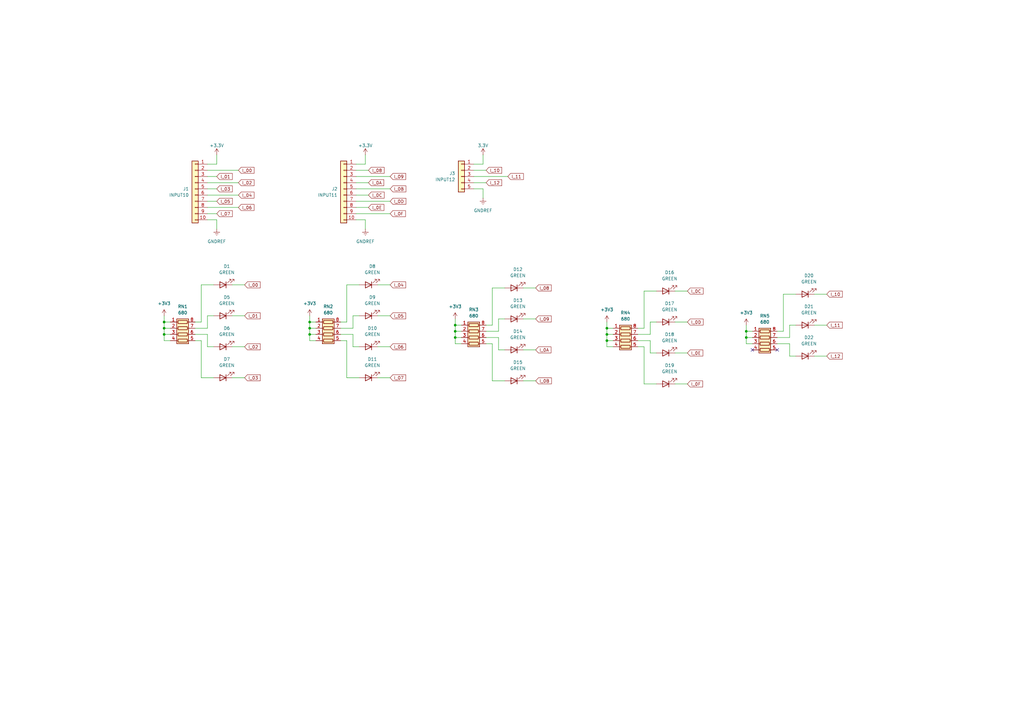
<source format=kicad_sch>
(kicad_sch
	(version 20231120)
	(generator "eeschema")
	(generator_version "8.0")
	(uuid "55499521-b8fc-4fa1-955c-bcb3d2bd61a9")
	(paper "A3")
	(lib_symbols
		(symbol "+24V_1"
			(power)
			(pin_numbers hide)
			(pin_names
				(offset 0) hide)
			(exclude_from_sim no)
			(in_bom yes)
			(on_board yes)
			(property "Reference" "#PWR"
				(at 0 -3.81 0)
				(effects
					(font
						(size 1.27 1.27)
					)
					(hide yes)
				)
			)
			(property "Value" "+24V"
				(at 0 3.556 0)
				(effects
					(font
						(size 1.27 1.27)
					)
				)
			)
			(property "Footprint" ""
				(at 0 0 0)
				(effects
					(font
						(size 1.27 1.27)
					)
					(hide yes)
				)
			)
			(property "Datasheet" ""
				(at 0 0 0)
				(effects
					(font
						(size 1.27 1.27)
					)
					(hide yes)
				)
			)
			(property "Description" "Power symbol creates a global label with name \"+24V\""
				(at 0 0 0)
				(effects
					(font
						(size 1.27 1.27)
					)
					(hide yes)
				)
			)
			(property "ki_keywords" "global power"
				(at 0 0 0)
				(effects
					(font
						(size 1.27 1.27)
					)
					(hide yes)
				)
			)
			(symbol "+24V_1_0_1"
				(polyline
					(pts
						(xy -0.762 1.27) (xy 0 2.54)
					)
					(stroke
						(width 0)
						(type default)
					)
					(fill
						(type none)
					)
				)
				(polyline
					(pts
						(xy 0 0) (xy 0 2.54)
					)
					(stroke
						(width 0)
						(type default)
					)
					(fill
						(type none)
					)
				)
				(polyline
					(pts
						(xy 0 2.54) (xy 0.762 1.27)
					)
					(stroke
						(width 0)
						(type default)
					)
					(fill
						(type none)
					)
				)
			)
			(symbol "+24V_1_1_1"
				(pin power_in line
					(at 0 0 90)
					(length 0)
					(name "~"
						(effects
							(font
								(size 1.27 1.27)
							)
						)
					)
					(number "1"
						(effects
							(font
								(size 1.27 1.27)
							)
						)
					)
				)
			)
		)
		(symbol "+24V_2"
			(power)
			(pin_numbers hide)
			(pin_names
				(offset 0) hide)
			(exclude_from_sim no)
			(in_bom yes)
			(on_board yes)
			(property "Reference" "#PWR"
				(at 0 -3.81 0)
				(effects
					(font
						(size 1.27 1.27)
					)
					(hide yes)
				)
			)
			(property "Value" "+24V"
				(at 0 3.556 0)
				(effects
					(font
						(size 1.27 1.27)
					)
				)
			)
			(property "Footprint" ""
				(at 0 0 0)
				(effects
					(font
						(size 1.27 1.27)
					)
					(hide yes)
				)
			)
			(property "Datasheet" ""
				(at 0 0 0)
				(effects
					(font
						(size 1.27 1.27)
					)
					(hide yes)
				)
			)
			(property "Description" "Power symbol creates a global label with name \"+24V\""
				(at 0 0 0)
				(effects
					(font
						(size 1.27 1.27)
					)
					(hide yes)
				)
			)
			(property "ki_keywords" "global power"
				(at 0 0 0)
				(effects
					(font
						(size 1.27 1.27)
					)
					(hide yes)
				)
			)
			(symbol "+24V_2_0_1"
				(polyline
					(pts
						(xy -0.762 1.27) (xy 0 2.54)
					)
					(stroke
						(width 0)
						(type default)
					)
					(fill
						(type none)
					)
				)
				(polyline
					(pts
						(xy 0 0) (xy 0 2.54)
					)
					(stroke
						(width 0)
						(type default)
					)
					(fill
						(type none)
					)
				)
				(polyline
					(pts
						(xy 0 2.54) (xy 0.762 1.27)
					)
					(stroke
						(width 0)
						(type default)
					)
					(fill
						(type none)
					)
				)
			)
			(symbol "+24V_2_1_1"
				(pin power_in line
					(at 0 0 90)
					(length 0)
					(name "~"
						(effects
							(font
								(size 1.27 1.27)
							)
						)
					)
					(number "1"
						(effects
							(font
								(size 1.27 1.27)
							)
						)
					)
				)
			)
		)
		(symbol "Connector_Generic:Conn_01x05"
			(pin_names
				(offset 1.016) hide)
			(exclude_from_sim no)
			(in_bom yes)
			(on_board yes)
			(property "Reference" "J"
				(at 0 7.62 0)
				(effects
					(font
						(size 1.27 1.27)
					)
				)
			)
			(property "Value" "Conn_01x05"
				(at 0 -7.62 0)
				(effects
					(font
						(size 1.27 1.27)
					)
				)
			)
			(property "Footprint" ""
				(at 0 0 0)
				(effects
					(font
						(size 1.27 1.27)
					)
					(hide yes)
				)
			)
			(property "Datasheet" "~"
				(at 0 0 0)
				(effects
					(font
						(size 1.27 1.27)
					)
					(hide yes)
				)
			)
			(property "Description" "Generic connector, single row, 01x05, script generated (kicad-library-utils/schlib/autogen/connector/)"
				(at 0 0 0)
				(effects
					(font
						(size 1.27 1.27)
					)
					(hide yes)
				)
			)
			(property "ki_keywords" "connector"
				(at 0 0 0)
				(effects
					(font
						(size 1.27 1.27)
					)
					(hide yes)
				)
			)
			(property "ki_fp_filters" "Connector*:*_1x??_*"
				(at 0 0 0)
				(effects
					(font
						(size 1.27 1.27)
					)
					(hide yes)
				)
			)
			(symbol "Conn_01x05_1_1"
				(rectangle
					(start -1.27 -4.953)
					(end 0 -5.207)
					(stroke
						(width 0.1524)
						(type default)
					)
					(fill
						(type none)
					)
				)
				(rectangle
					(start -1.27 -2.413)
					(end 0 -2.667)
					(stroke
						(width 0.1524)
						(type default)
					)
					(fill
						(type none)
					)
				)
				(rectangle
					(start -1.27 0.127)
					(end 0 -0.127)
					(stroke
						(width 0.1524)
						(type default)
					)
					(fill
						(type none)
					)
				)
				(rectangle
					(start -1.27 2.667)
					(end 0 2.413)
					(stroke
						(width 0.1524)
						(type default)
					)
					(fill
						(type none)
					)
				)
				(rectangle
					(start -1.27 5.207)
					(end 0 4.953)
					(stroke
						(width 0.1524)
						(type default)
					)
					(fill
						(type none)
					)
				)
				(rectangle
					(start -1.27 6.35)
					(end 1.27 -6.35)
					(stroke
						(width 0.254)
						(type default)
					)
					(fill
						(type background)
					)
				)
				(pin passive line
					(at -5.08 5.08 0)
					(length 3.81)
					(name "Pin_1"
						(effects
							(font
								(size 1.27 1.27)
							)
						)
					)
					(number "1"
						(effects
							(font
								(size 1.27 1.27)
							)
						)
					)
				)
				(pin passive line
					(at -5.08 2.54 0)
					(length 3.81)
					(name "Pin_2"
						(effects
							(font
								(size 1.27 1.27)
							)
						)
					)
					(number "2"
						(effects
							(font
								(size 1.27 1.27)
							)
						)
					)
				)
				(pin passive line
					(at -5.08 0 0)
					(length 3.81)
					(name "Pin_3"
						(effects
							(font
								(size 1.27 1.27)
							)
						)
					)
					(number "3"
						(effects
							(font
								(size 1.27 1.27)
							)
						)
					)
				)
				(pin passive line
					(at -5.08 -2.54 0)
					(length 3.81)
					(name "Pin_4"
						(effects
							(font
								(size 1.27 1.27)
							)
						)
					)
					(number "4"
						(effects
							(font
								(size 1.27 1.27)
							)
						)
					)
				)
				(pin passive line
					(at -5.08 -5.08 0)
					(length 3.81)
					(name "Pin_5"
						(effects
							(font
								(size 1.27 1.27)
							)
						)
					)
					(number "5"
						(effects
							(font
								(size 1.27 1.27)
							)
						)
					)
				)
			)
		)
		(symbol "Connector_Generic:Conn_01x10"
			(pin_names
				(offset 1.016) hide)
			(exclude_from_sim no)
			(in_bom yes)
			(on_board yes)
			(property "Reference" "J"
				(at 0 12.7 0)
				(effects
					(font
						(size 1.27 1.27)
					)
				)
			)
			(property "Value" "Conn_01x10"
				(at 0 -15.24 0)
				(effects
					(font
						(size 1.27 1.27)
					)
				)
			)
			(property "Footprint" ""
				(at 0 0 0)
				(effects
					(font
						(size 1.27 1.27)
					)
					(hide yes)
				)
			)
			(property "Datasheet" "~"
				(at 0 0 0)
				(effects
					(font
						(size 1.27 1.27)
					)
					(hide yes)
				)
			)
			(property "Description" "Generic connector, single row, 01x10, script generated (kicad-library-utils/schlib/autogen/connector/)"
				(at 0 0 0)
				(effects
					(font
						(size 1.27 1.27)
					)
					(hide yes)
				)
			)
			(property "ki_keywords" "connector"
				(at 0 0 0)
				(effects
					(font
						(size 1.27 1.27)
					)
					(hide yes)
				)
			)
			(property "ki_fp_filters" "Connector*:*_1x??_*"
				(at 0 0 0)
				(effects
					(font
						(size 1.27 1.27)
					)
					(hide yes)
				)
			)
			(symbol "Conn_01x10_1_1"
				(rectangle
					(start -1.27 -12.573)
					(end 0 -12.827)
					(stroke
						(width 0.1524)
						(type default)
					)
					(fill
						(type none)
					)
				)
				(rectangle
					(start -1.27 -10.033)
					(end 0 -10.287)
					(stroke
						(width 0.1524)
						(type default)
					)
					(fill
						(type none)
					)
				)
				(rectangle
					(start -1.27 -7.493)
					(end 0 -7.747)
					(stroke
						(width 0.1524)
						(type default)
					)
					(fill
						(type none)
					)
				)
				(rectangle
					(start -1.27 -4.953)
					(end 0 -5.207)
					(stroke
						(width 0.1524)
						(type default)
					)
					(fill
						(type none)
					)
				)
				(rectangle
					(start -1.27 -2.413)
					(end 0 -2.667)
					(stroke
						(width 0.1524)
						(type default)
					)
					(fill
						(type none)
					)
				)
				(rectangle
					(start -1.27 0.127)
					(end 0 -0.127)
					(stroke
						(width 0.1524)
						(type default)
					)
					(fill
						(type none)
					)
				)
				(rectangle
					(start -1.27 2.667)
					(end 0 2.413)
					(stroke
						(width 0.1524)
						(type default)
					)
					(fill
						(type none)
					)
				)
				(rectangle
					(start -1.27 5.207)
					(end 0 4.953)
					(stroke
						(width 0.1524)
						(type default)
					)
					(fill
						(type none)
					)
				)
				(rectangle
					(start -1.27 7.747)
					(end 0 7.493)
					(stroke
						(width 0.1524)
						(type default)
					)
					(fill
						(type none)
					)
				)
				(rectangle
					(start -1.27 10.287)
					(end 0 10.033)
					(stroke
						(width 0.1524)
						(type default)
					)
					(fill
						(type none)
					)
				)
				(rectangle
					(start -1.27 11.43)
					(end 1.27 -13.97)
					(stroke
						(width 0.254)
						(type default)
					)
					(fill
						(type background)
					)
				)
				(pin passive line
					(at -5.08 10.16 0)
					(length 3.81)
					(name "Pin_1"
						(effects
							(font
								(size 1.27 1.27)
							)
						)
					)
					(number "1"
						(effects
							(font
								(size 1.27 1.27)
							)
						)
					)
				)
				(pin passive line
					(at -5.08 -12.7 0)
					(length 3.81)
					(name "Pin_10"
						(effects
							(font
								(size 1.27 1.27)
							)
						)
					)
					(number "10"
						(effects
							(font
								(size 1.27 1.27)
							)
						)
					)
				)
				(pin passive line
					(at -5.08 7.62 0)
					(length 3.81)
					(name "Pin_2"
						(effects
							(font
								(size 1.27 1.27)
							)
						)
					)
					(number "2"
						(effects
							(font
								(size 1.27 1.27)
							)
						)
					)
				)
				(pin passive line
					(at -5.08 5.08 0)
					(length 3.81)
					(name "Pin_3"
						(effects
							(font
								(size 1.27 1.27)
							)
						)
					)
					(number "3"
						(effects
							(font
								(size 1.27 1.27)
							)
						)
					)
				)
				(pin passive line
					(at -5.08 2.54 0)
					(length 3.81)
					(name "Pin_4"
						(effects
							(font
								(size 1.27 1.27)
							)
						)
					)
					(number "4"
						(effects
							(font
								(size 1.27 1.27)
							)
						)
					)
				)
				(pin passive line
					(at -5.08 0 0)
					(length 3.81)
					(name "Pin_5"
						(effects
							(font
								(size 1.27 1.27)
							)
						)
					)
					(number "5"
						(effects
							(font
								(size 1.27 1.27)
							)
						)
					)
				)
				(pin passive line
					(at -5.08 -2.54 0)
					(length 3.81)
					(name "Pin_6"
						(effects
							(font
								(size 1.27 1.27)
							)
						)
					)
					(number "6"
						(effects
							(font
								(size 1.27 1.27)
							)
						)
					)
				)
				(pin passive line
					(at -5.08 -5.08 0)
					(length 3.81)
					(name "Pin_7"
						(effects
							(font
								(size 1.27 1.27)
							)
						)
					)
					(number "7"
						(effects
							(font
								(size 1.27 1.27)
							)
						)
					)
				)
				(pin passive line
					(at -5.08 -7.62 0)
					(length 3.81)
					(name "Pin_8"
						(effects
							(font
								(size 1.27 1.27)
							)
						)
					)
					(number "8"
						(effects
							(font
								(size 1.27 1.27)
							)
						)
					)
				)
				(pin passive line
					(at -5.08 -10.16 0)
					(length 3.81)
					(name "Pin_9"
						(effects
							(font
								(size 1.27 1.27)
							)
						)
					)
					(number "9"
						(effects
							(font
								(size 1.27 1.27)
							)
						)
					)
				)
			)
		)
		(symbol "Device:LED"
			(pin_numbers hide)
			(pin_names
				(offset 1.016) hide)
			(exclude_from_sim no)
			(in_bom yes)
			(on_board yes)
			(property "Reference" "D"
				(at 0 2.54 0)
				(effects
					(font
						(size 1.27 1.27)
					)
				)
			)
			(property "Value" "LED"
				(at 0 -2.54 0)
				(effects
					(font
						(size 1.27 1.27)
					)
				)
			)
			(property "Footprint" ""
				(at 0 0 0)
				(effects
					(font
						(size 1.27 1.27)
					)
					(hide yes)
				)
			)
			(property "Datasheet" "~"
				(at 0 0 0)
				(effects
					(font
						(size 1.27 1.27)
					)
					(hide yes)
				)
			)
			(property "Description" "Light emitting diode"
				(at 0 0 0)
				(effects
					(font
						(size 1.27 1.27)
					)
					(hide yes)
				)
			)
			(property "ki_keywords" "LED diode"
				(at 0 0 0)
				(effects
					(font
						(size 1.27 1.27)
					)
					(hide yes)
				)
			)
			(property "ki_fp_filters" "LED* LED_SMD:* LED_THT:*"
				(at 0 0 0)
				(effects
					(font
						(size 1.27 1.27)
					)
					(hide yes)
				)
			)
			(symbol "LED_0_1"
				(polyline
					(pts
						(xy -1.27 -1.27) (xy -1.27 1.27)
					)
					(stroke
						(width 0.254)
						(type default)
					)
					(fill
						(type none)
					)
				)
				(polyline
					(pts
						(xy -1.27 0) (xy 1.27 0)
					)
					(stroke
						(width 0)
						(type default)
					)
					(fill
						(type none)
					)
				)
				(polyline
					(pts
						(xy 1.27 -1.27) (xy 1.27 1.27) (xy -1.27 0) (xy 1.27 -1.27)
					)
					(stroke
						(width 0.254)
						(type default)
					)
					(fill
						(type none)
					)
				)
				(polyline
					(pts
						(xy -3.048 -0.762) (xy -4.572 -2.286) (xy -3.81 -2.286) (xy -4.572 -2.286) (xy -4.572 -1.524)
					)
					(stroke
						(width 0)
						(type default)
					)
					(fill
						(type none)
					)
				)
				(polyline
					(pts
						(xy -1.778 -0.762) (xy -3.302 -2.286) (xy -2.54 -2.286) (xy -3.302 -2.286) (xy -3.302 -1.524)
					)
					(stroke
						(width 0)
						(type default)
					)
					(fill
						(type none)
					)
				)
			)
			(symbol "LED_1_1"
				(pin passive line
					(at -3.81 0 0)
					(length 2.54)
					(name "K"
						(effects
							(font
								(size 1.27 1.27)
							)
						)
					)
					(number "1"
						(effects
							(font
								(size 1.27 1.27)
							)
						)
					)
				)
				(pin passive line
					(at 3.81 0 180)
					(length 2.54)
					(name "A"
						(effects
							(font
								(size 1.27 1.27)
							)
						)
					)
					(number "2"
						(effects
							(font
								(size 1.27 1.27)
							)
						)
					)
				)
			)
		)
		(symbol "Device:R_Pack04"
			(pin_names
				(offset 0) hide)
			(exclude_from_sim no)
			(in_bom yes)
			(on_board yes)
			(property "Reference" "RN"
				(at -7.62 0 90)
				(effects
					(font
						(size 1.27 1.27)
					)
				)
			)
			(property "Value" "R_Pack04"
				(at 5.08 0 90)
				(effects
					(font
						(size 1.27 1.27)
					)
				)
			)
			(property "Footprint" ""
				(at 6.985 0 90)
				(effects
					(font
						(size 1.27 1.27)
					)
					(hide yes)
				)
			)
			(property "Datasheet" "~"
				(at 0 0 0)
				(effects
					(font
						(size 1.27 1.27)
					)
					(hide yes)
				)
			)
			(property "Description" "4 resistor network, parallel topology"
				(at 0 0 0)
				(effects
					(font
						(size 1.27 1.27)
					)
					(hide yes)
				)
			)
			(property "ki_keywords" "R network parallel topology isolated"
				(at 0 0 0)
				(effects
					(font
						(size 1.27 1.27)
					)
					(hide yes)
				)
			)
			(property "ki_fp_filters" "DIP* SOIC* R*Array*Concave* R*Array*Convex*"
				(at 0 0 0)
				(effects
					(font
						(size 1.27 1.27)
					)
					(hide yes)
				)
			)
			(symbol "R_Pack04_0_1"
				(rectangle
					(start -6.35 -2.413)
					(end 3.81 2.413)
					(stroke
						(width 0.254)
						(type default)
					)
					(fill
						(type background)
					)
				)
				(rectangle
					(start -5.715 1.905)
					(end -4.445 -1.905)
					(stroke
						(width 0.254)
						(type default)
					)
					(fill
						(type none)
					)
				)
				(rectangle
					(start -3.175 1.905)
					(end -1.905 -1.905)
					(stroke
						(width 0.254)
						(type default)
					)
					(fill
						(type none)
					)
				)
				(rectangle
					(start -0.635 1.905)
					(end 0.635 -1.905)
					(stroke
						(width 0.254)
						(type default)
					)
					(fill
						(type none)
					)
				)
				(polyline
					(pts
						(xy -5.08 -2.54) (xy -5.08 -1.905)
					)
					(stroke
						(width 0)
						(type default)
					)
					(fill
						(type none)
					)
				)
				(polyline
					(pts
						(xy -5.08 1.905) (xy -5.08 2.54)
					)
					(stroke
						(width 0)
						(type default)
					)
					(fill
						(type none)
					)
				)
				(polyline
					(pts
						(xy -2.54 -2.54) (xy -2.54 -1.905)
					)
					(stroke
						(width 0)
						(type default)
					)
					(fill
						(type none)
					)
				)
				(polyline
					(pts
						(xy -2.54 1.905) (xy -2.54 2.54)
					)
					(stroke
						(width 0)
						(type default)
					)
					(fill
						(type none)
					)
				)
				(polyline
					(pts
						(xy 0 -2.54) (xy 0 -1.905)
					)
					(stroke
						(width 0)
						(type default)
					)
					(fill
						(type none)
					)
				)
				(polyline
					(pts
						(xy 0 1.905) (xy 0 2.54)
					)
					(stroke
						(width 0)
						(type default)
					)
					(fill
						(type none)
					)
				)
				(polyline
					(pts
						(xy 2.54 -2.54) (xy 2.54 -1.905)
					)
					(stroke
						(width 0)
						(type default)
					)
					(fill
						(type none)
					)
				)
				(polyline
					(pts
						(xy 2.54 1.905) (xy 2.54 2.54)
					)
					(stroke
						(width 0)
						(type default)
					)
					(fill
						(type none)
					)
				)
				(rectangle
					(start 1.905 1.905)
					(end 3.175 -1.905)
					(stroke
						(width 0.254)
						(type default)
					)
					(fill
						(type none)
					)
				)
			)
			(symbol "R_Pack04_1_1"
				(pin passive line
					(at -5.08 -5.08 90)
					(length 2.54)
					(name "R1.1"
						(effects
							(font
								(size 1.27 1.27)
							)
						)
					)
					(number "1"
						(effects
							(font
								(size 1.27 1.27)
							)
						)
					)
				)
				(pin passive line
					(at -2.54 -5.08 90)
					(length 2.54)
					(name "R2.1"
						(effects
							(font
								(size 1.27 1.27)
							)
						)
					)
					(number "2"
						(effects
							(font
								(size 1.27 1.27)
							)
						)
					)
				)
				(pin passive line
					(at 0 -5.08 90)
					(length 2.54)
					(name "R3.1"
						(effects
							(font
								(size 1.27 1.27)
							)
						)
					)
					(number "3"
						(effects
							(font
								(size 1.27 1.27)
							)
						)
					)
				)
				(pin passive line
					(at 2.54 -5.08 90)
					(length 2.54)
					(name "R4.1"
						(effects
							(font
								(size 1.27 1.27)
							)
						)
					)
					(number "4"
						(effects
							(font
								(size 1.27 1.27)
							)
						)
					)
				)
				(pin passive line
					(at 2.54 5.08 270)
					(length 2.54)
					(name "R4.2"
						(effects
							(font
								(size 1.27 1.27)
							)
						)
					)
					(number "5"
						(effects
							(font
								(size 1.27 1.27)
							)
						)
					)
				)
				(pin passive line
					(at 0 5.08 270)
					(length 2.54)
					(name "R3.2"
						(effects
							(font
								(size 1.27 1.27)
							)
						)
					)
					(number "6"
						(effects
							(font
								(size 1.27 1.27)
							)
						)
					)
				)
				(pin passive line
					(at -2.54 5.08 270)
					(length 2.54)
					(name "R2.2"
						(effects
							(font
								(size 1.27 1.27)
							)
						)
					)
					(number "7"
						(effects
							(font
								(size 1.27 1.27)
							)
						)
					)
				)
				(pin passive line
					(at -5.08 5.08 270)
					(length 2.54)
					(name "R1.2"
						(effects
							(font
								(size 1.27 1.27)
							)
						)
					)
					(number "8"
						(effects
							(font
								(size 1.27 1.27)
							)
						)
					)
				)
			)
		)
		(symbol "R_Pack04_1"
			(pin_names
				(offset 0) hide)
			(exclude_from_sim no)
			(in_bom yes)
			(on_board yes)
			(property "Reference" "RN"
				(at -7.62 0 90)
				(effects
					(font
						(size 1.27 1.27)
					)
				)
			)
			(property "Value" "R_Pack04"
				(at 5.08 0 90)
				(effects
					(font
						(size 1.27 1.27)
					)
				)
			)
			(property "Footprint" ""
				(at 6.985 0 90)
				(effects
					(font
						(size 1.27 1.27)
					)
					(hide yes)
				)
			)
			(property "Datasheet" "~"
				(at 0 0 0)
				(effects
					(font
						(size 1.27 1.27)
					)
					(hide yes)
				)
			)
			(property "Description" "4 resistor network, parallel topology"
				(at 0 0 0)
				(effects
					(font
						(size 1.27 1.27)
					)
					(hide yes)
				)
			)
			(property "ki_keywords" "R network parallel topology isolated"
				(at 0 0 0)
				(effects
					(font
						(size 1.27 1.27)
					)
					(hide yes)
				)
			)
			(property "ki_fp_filters" "DIP* SOIC* R*Array*Concave* R*Array*Convex* MSOP*"
				(at 0 0 0)
				(effects
					(font
						(size 1.27 1.27)
					)
					(hide yes)
				)
			)
			(symbol "R_Pack04_1_0_1"
				(rectangle
					(start -6.35 -2.413)
					(end 3.81 2.413)
					(stroke
						(width 0.254)
						(type default)
					)
					(fill
						(type background)
					)
				)
				(rectangle
					(start -5.715 1.905)
					(end -4.445 -1.905)
					(stroke
						(width 0.254)
						(type default)
					)
					(fill
						(type none)
					)
				)
				(rectangle
					(start -3.175 1.905)
					(end -1.905 -1.905)
					(stroke
						(width 0.254)
						(type default)
					)
					(fill
						(type none)
					)
				)
				(rectangle
					(start -0.635 1.905)
					(end 0.635 -1.905)
					(stroke
						(width 0.254)
						(type default)
					)
					(fill
						(type none)
					)
				)
				(polyline
					(pts
						(xy -5.08 -2.54) (xy -5.08 -1.905)
					)
					(stroke
						(width 0)
						(type default)
					)
					(fill
						(type none)
					)
				)
				(polyline
					(pts
						(xy -5.08 1.905) (xy -5.08 2.54)
					)
					(stroke
						(width 0)
						(type default)
					)
					(fill
						(type none)
					)
				)
				(polyline
					(pts
						(xy -2.54 -2.54) (xy -2.54 -1.905)
					)
					(stroke
						(width 0)
						(type default)
					)
					(fill
						(type none)
					)
				)
				(polyline
					(pts
						(xy -2.54 1.905) (xy -2.54 2.54)
					)
					(stroke
						(width 0)
						(type default)
					)
					(fill
						(type none)
					)
				)
				(polyline
					(pts
						(xy 0 -2.54) (xy 0 -1.905)
					)
					(stroke
						(width 0)
						(type default)
					)
					(fill
						(type none)
					)
				)
				(polyline
					(pts
						(xy 0 1.905) (xy 0 2.54)
					)
					(stroke
						(width 0)
						(type default)
					)
					(fill
						(type none)
					)
				)
				(polyline
					(pts
						(xy 2.54 -2.54) (xy 2.54 -1.905)
					)
					(stroke
						(width 0)
						(type default)
					)
					(fill
						(type none)
					)
				)
				(polyline
					(pts
						(xy 2.54 1.905) (xy 2.54 2.54)
					)
					(stroke
						(width 0)
						(type default)
					)
					(fill
						(type none)
					)
				)
				(rectangle
					(start 1.905 1.905)
					(end 3.175 -1.905)
					(stroke
						(width 0.254)
						(type default)
					)
					(fill
						(type none)
					)
				)
			)
			(symbol "R_Pack04_1_1_1"
				(pin passive line
					(at -5.08 -5.08 90)
					(length 2.54)
					(name "R1.1"
						(effects
							(font
								(size 1.27 1.27)
							)
						)
					)
					(number "1"
						(effects
							(font
								(size 1.27 1.27)
							)
						)
					)
				)
				(pin passive line
					(at -2.54 -5.08 90)
					(length 2.54)
					(name "R2.1"
						(effects
							(font
								(size 1.27 1.27)
							)
						)
					)
					(number "2"
						(effects
							(font
								(size 1.27 1.27)
							)
						)
					)
				)
				(pin passive line
					(at 0 -5.08 90)
					(length 2.54)
					(name "R3.1"
						(effects
							(font
								(size 1.27 1.27)
							)
						)
					)
					(number "3"
						(effects
							(font
								(size 1.27 1.27)
							)
						)
					)
				)
				(pin passive line
					(at 2.54 -5.08 90)
					(length 2.54)
					(name "R4.1"
						(effects
							(font
								(size 1.27 1.27)
							)
						)
					)
					(number "4"
						(effects
							(font
								(size 1.27 1.27)
							)
						)
					)
				)
				(pin passive line
					(at 2.54 5.08 270)
					(length 2.54)
					(name "R4.2"
						(effects
							(font
								(size 1.27 1.27)
							)
						)
					)
					(number "5"
						(effects
							(font
								(size 1.27 1.27)
							)
						)
					)
				)
				(pin passive line
					(at 0 5.08 270)
					(length 2.54)
					(name "R3.2"
						(effects
							(font
								(size 1.27 1.27)
							)
						)
					)
					(number "6"
						(effects
							(font
								(size 1.27 1.27)
							)
						)
					)
				)
				(pin passive line
					(at -2.54 5.08 270)
					(length 2.54)
					(name "R2.2"
						(effects
							(font
								(size 1.27 1.27)
							)
						)
					)
					(number "7"
						(effects
							(font
								(size 1.27 1.27)
							)
						)
					)
				)
				(pin passive line
					(at -5.08 5.08 270)
					(length 2.54)
					(name "R1.2"
						(effects
							(font
								(size 1.27 1.27)
							)
						)
					)
					(number "8"
						(effects
							(font
								(size 1.27 1.27)
							)
						)
					)
				)
			)
		)
		(symbol "power:+3.3V"
			(power)
			(pin_names
				(offset 0)
			)
			(exclude_from_sim no)
			(in_bom yes)
			(on_board yes)
			(property "Reference" "#PWR"
				(at 0 -3.81 0)
				(effects
					(font
						(size 1.27 1.27)
					)
					(hide yes)
				)
			)
			(property "Value" "+3.3V"
				(at 0 3.556 0)
				(effects
					(font
						(size 1.27 1.27)
					)
				)
			)
			(property "Footprint" ""
				(at 0 0 0)
				(effects
					(font
						(size 1.27 1.27)
					)
					(hide yes)
				)
			)
			(property "Datasheet" ""
				(at 0 0 0)
				(effects
					(font
						(size 1.27 1.27)
					)
					(hide yes)
				)
			)
			(property "Description" "Power symbol creates a global label with name \"+3.3V\""
				(at 0 0 0)
				(effects
					(font
						(size 1.27 1.27)
					)
					(hide yes)
				)
			)
			(property "ki_keywords" "power-flag"
				(at 0 0 0)
				(effects
					(font
						(size 1.27 1.27)
					)
					(hide yes)
				)
			)
			(symbol "+3.3V_0_1"
				(polyline
					(pts
						(xy -0.762 1.27) (xy 0 2.54)
					)
					(stroke
						(width 0)
						(type default)
					)
					(fill
						(type none)
					)
				)
				(polyline
					(pts
						(xy 0 0) (xy 0 2.54)
					)
					(stroke
						(width 0)
						(type default)
					)
					(fill
						(type none)
					)
				)
				(polyline
					(pts
						(xy 0 2.54) (xy 0.762 1.27)
					)
					(stroke
						(width 0)
						(type default)
					)
					(fill
						(type none)
					)
				)
			)
			(symbol "+3.3V_1_1"
				(pin power_in line
					(at 0 0 90)
					(length 0) hide
					(name "+3V3"
						(effects
							(font
								(size 1.27 1.27)
							)
						)
					)
					(number "1"
						(effects
							(font
								(size 1.27 1.27)
							)
						)
					)
				)
			)
		)
		(symbol "power:GNDREF"
			(power)
			(pin_numbers hide)
			(pin_names
				(offset 0) hide)
			(exclude_from_sim no)
			(in_bom yes)
			(on_board yes)
			(property "Reference" "#PWR"
				(at 0 -6.35 0)
				(effects
					(font
						(size 1.27 1.27)
					)
					(hide yes)
				)
			)
			(property "Value" "GNDREF"
				(at 0 -3.81 0)
				(effects
					(font
						(size 1.27 1.27)
					)
				)
			)
			(property "Footprint" ""
				(at 0 0 0)
				(effects
					(font
						(size 1.27 1.27)
					)
					(hide yes)
				)
			)
			(property "Datasheet" ""
				(at 0 0 0)
				(effects
					(font
						(size 1.27 1.27)
					)
					(hide yes)
				)
			)
			(property "Description" "Power symbol creates a global label with name \"GNDREF\" , reference supply ground"
				(at 0 0 0)
				(effects
					(font
						(size 1.27 1.27)
					)
					(hide yes)
				)
			)
			(property "ki_keywords" "global power"
				(at 0 0 0)
				(effects
					(font
						(size 1.27 1.27)
					)
					(hide yes)
				)
			)
			(symbol "GNDREF_0_1"
				(polyline
					(pts
						(xy -0.635 -1.905) (xy 0.635 -1.905)
					)
					(stroke
						(width 0)
						(type default)
					)
					(fill
						(type none)
					)
				)
				(polyline
					(pts
						(xy -0.127 -2.54) (xy 0.127 -2.54)
					)
					(stroke
						(width 0)
						(type default)
					)
					(fill
						(type none)
					)
				)
				(polyline
					(pts
						(xy 0 -1.27) (xy 0 0)
					)
					(stroke
						(width 0)
						(type default)
					)
					(fill
						(type none)
					)
				)
				(polyline
					(pts
						(xy 1.27 -1.27) (xy -1.27 -1.27)
					)
					(stroke
						(width 0)
						(type default)
					)
					(fill
						(type none)
					)
				)
			)
			(symbol "GNDREF_1_1"
				(pin power_in line
					(at 0 0 270)
					(length 0)
					(name "~"
						(effects
							(font
								(size 1.27 1.27)
							)
						)
					)
					(number "1"
						(effects
							(font
								(size 1.27 1.27)
							)
						)
					)
				)
			)
		)
	)
	(junction
		(at 306.07 138.43)
		(diameter 0)
		(color 0 0 0 0)
		(uuid "1a16156e-e7bd-4ba2-86f8-2a7cbbb02856")
	)
	(junction
		(at 186.69 133.35)
		(diameter 0)
		(color 0 0 0 0)
		(uuid "20e827b7-8ad6-4a63-9563-0364a42e9852")
	)
	(junction
		(at 127 137.16)
		(diameter 0)
		(color 0 0 0 0)
		(uuid "25ff326c-bc7c-48a6-9648-f09bba2b13dd")
	)
	(junction
		(at 67.31 134.62)
		(diameter 0)
		(color 0 0 0 0)
		(uuid "2a7d6e7d-8988-4796-b51f-f8cd7d0c1b7d")
	)
	(junction
		(at 248.92 134.62)
		(diameter 0)
		(color 0 0 0 0)
		(uuid "3f8be4ed-ebdc-4331-b189-8bdfe38dba1d")
	)
	(junction
		(at 248.92 139.7)
		(diameter 0)
		(color 0 0 0 0)
		(uuid "4dbe23d9-4210-40a0-bf72-dd4702b06c60")
	)
	(junction
		(at 67.31 132.08)
		(diameter 0)
		(color 0 0 0 0)
		(uuid "744e6310-c09e-4e52-8342-ff8f07177d02")
	)
	(junction
		(at 248.92 137.16)
		(diameter 0)
		(color 0 0 0 0)
		(uuid "77df0928-e708-4aae-b53b-f8d0f4f4162b")
	)
	(junction
		(at 186.69 138.43)
		(diameter 0)
		(color 0 0 0 0)
		(uuid "8c6c6fdc-97d6-4bda-abbb-06f336137290")
	)
	(junction
		(at 127 134.62)
		(diameter 0)
		(color 0 0 0 0)
		(uuid "90924be7-3d6d-42e8-a5da-dcfac750840f")
	)
	(junction
		(at 306.07 135.89)
		(diameter 0)
		(color 0 0 0 0)
		(uuid "b88818ee-d4e8-48fe-9bae-21a0bf59cc9d")
	)
	(junction
		(at 127 132.08)
		(diameter 0)
		(color 0 0 0 0)
		(uuid "bb8af4c4-d064-4fe5-8979-13c6c3b95e48")
	)
	(junction
		(at 186.69 135.89)
		(diameter 0)
		(color 0 0 0 0)
		(uuid "c18e572e-25db-4942-aff1-04d68750884d")
	)
	(junction
		(at 67.31 137.16)
		(diameter 0)
		(color 0 0 0 0)
		(uuid "f4aa4e0d-66f6-495e-acb4-2f4e67471d7e")
	)
	(no_connect
		(at 308.61 143.51)
		(uuid "7f57c8ba-70e5-45be-9075-0d85825c77cd")
	)
	(no_connect
		(at 318.77 143.51)
		(uuid "c497cda8-da8d-41ab-bc24-66a05990d623")
	)
	(wire
		(pts
			(xy 266.7 132.08) (xy 269.24 132.08)
		)
		(stroke
			(width 0)
			(type default)
		)
		(uuid "0026c7c1-35e7-469e-8deb-86bf7827087b")
	)
	(wire
		(pts
			(xy 146.05 90.17) (xy 149.86 90.17)
		)
		(stroke
			(width 0)
			(type default)
		)
		(uuid "052d3be5-674a-4a78-a315-99bfd57bf473")
	)
	(wire
		(pts
			(xy 82.55 116.84) (xy 87.63 116.84)
		)
		(stroke
			(width 0)
			(type default)
		)
		(uuid "058173e8-755b-4bec-8fb7-475ec7197622")
	)
	(wire
		(pts
			(xy 154.94 129.54) (xy 160.02 129.54)
		)
		(stroke
			(width 0)
			(type default)
		)
		(uuid "0836c371-b9ee-41b2-92b5-4d6824b248b5")
	)
	(wire
		(pts
			(xy 67.31 134.62) (xy 69.85 134.62)
		)
		(stroke
			(width 0)
			(type default)
		)
		(uuid "092cb7b2-c92f-4fe3-9068-e5fe3d51809a")
	)
	(wire
		(pts
			(xy 201.93 133.35) (xy 201.93 118.11)
		)
		(stroke
			(width 0)
			(type default)
		)
		(uuid "09cc70da-ade1-46ea-8d71-57ab626856a3")
	)
	(wire
		(pts
			(xy 85.09 134.62) (xy 85.09 129.54)
		)
		(stroke
			(width 0)
			(type default)
		)
		(uuid "0e236835-9379-4756-b0f8-1b1631ec2b57")
	)
	(wire
		(pts
			(xy 266.7 137.16) (xy 266.7 132.08)
		)
		(stroke
			(width 0)
			(type default)
		)
		(uuid "0ecd4cc1-43b3-4d19-8613-4d9f28c3e1ae")
	)
	(wire
		(pts
			(xy 146.05 69.85) (xy 151.13 69.85)
		)
		(stroke
			(width 0)
			(type default)
		)
		(uuid "0f950823-2aea-47bd-9cb9-c2f492ff15c9")
	)
	(wire
		(pts
			(xy 88.9 90.17) (xy 88.9 93.98)
		)
		(stroke
			(width 0)
			(type default)
		)
		(uuid "0ffb9181-d476-4c7d-bffe-008cc65783a9")
	)
	(wire
		(pts
			(xy 276.86 157.48) (xy 281.94 157.48)
		)
		(stroke
			(width 0)
			(type default)
		)
		(uuid "115d33b1-32c3-48aa-845c-d6b47ac6509e")
	)
	(wire
		(pts
			(xy 186.69 130.81) (xy 186.69 133.35)
		)
		(stroke
			(width 0)
			(type default)
		)
		(uuid "15fda6f7-04a4-4752-aca2-6e0150167d3a")
	)
	(wire
		(pts
			(xy 306.07 138.43) (xy 308.61 138.43)
		)
		(stroke
			(width 0)
			(type default)
		)
		(uuid "175770df-10e3-441f-8884-296f1162ad17")
	)
	(wire
		(pts
			(xy 321.31 120.65) (xy 326.39 120.65)
		)
		(stroke
			(width 0)
			(type default)
		)
		(uuid "18d4cd0b-86a2-46ee-b592-4ce62cf9985f")
	)
	(wire
		(pts
			(xy 306.07 135.89) (xy 306.07 138.43)
		)
		(stroke
			(width 0)
			(type default)
		)
		(uuid "19a972eb-4312-4b0f-807b-307a80d20d93")
	)
	(wire
		(pts
			(xy 198.12 77.47) (xy 198.12 81.28)
		)
		(stroke
			(width 0)
			(type default)
		)
		(uuid "1a62b34d-9932-40a3-9f27-381aaa60cfda")
	)
	(wire
		(pts
			(xy 261.62 142.24) (xy 264.16 142.24)
		)
		(stroke
			(width 0)
			(type default)
		)
		(uuid "1b2999d6-7e4c-47af-bdfe-81f9bb8ade47")
	)
	(wire
		(pts
			(xy 82.55 154.94) (xy 87.63 154.94)
		)
		(stroke
			(width 0)
			(type default)
		)
		(uuid "1c5b4b88-9767-4d62-b494-2058cd427fad")
	)
	(wire
		(pts
			(xy 323.85 133.35) (xy 326.39 133.35)
		)
		(stroke
			(width 0)
			(type default)
		)
		(uuid "1dbe0e7b-4081-42c9-a6af-0ecd862f5bf2")
	)
	(wire
		(pts
			(xy 276.86 132.08) (xy 281.94 132.08)
		)
		(stroke
			(width 0)
			(type default)
		)
		(uuid "1fca30b5-5c19-455c-8943-92d2a0a3f752")
	)
	(wire
		(pts
			(xy 82.55 132.08) (xy 82.55 116.84)
		)
		(stroke
			(width 0)
			(type default)
		)
		(uuid "20e40b46-fe66-470a-afa3-c4cf4fad989b")
	)
	(wire
		(pts
			(xy 198.12 67.31) (xy 198.12 63.5)
		)
		(stroke
			(width 0)
			(type default)
		)
		(uuid "21ecf931-df6a-49c7-ae1f-68a4820fde0a")
	)
	(wire
		(pts
			(xy 214.63 118.11) (xy 219.71 118.11)
		)
		(stroke
			(width 0)
			(type default)
		)
		(uuid "22448fcf-8006-41c1-81cd-6867fece5c6d")
	)
	(wire
		(pts
			(xy 85.09 72.39) (xy 88.9 72.39)
		)
		(stroke
			(width 0)
			(type default)
		)
		(uuid "23ac5b7f-8fd3-4639-ac71-ec2fba7e1f74")
	)
	(wire
		(pts
			(xy 88.9 63.5) (xy 88.9 67.31)
		)
		(stroke
			(width 0)
			(type default)
		)
		(uuid "242faa47-daf8-4850-86e8-41a9bff8cff8")
	)
	(wire
		(pts
			(xy 186.69 133.35) (xy 186.69 135.89)
		)
		(stroke
			(width 0)
			(type default)
		)
		(uuid "25a0898d-917a-4011-b6da-23db9e52ffdb")
	)
	(wire
		(pts
			(xy 154.94 142.24) (xy 160.02 142.24)
		)
		(stroke
			(width 0)
			(type default)
		)
		(uuid "2631054c-9d34-46ff-b0c3-3ecac5ae1c39")
	)
	(wire
		(pts
			(xy 142.24 132.08) (xy 142.24 116.84)
		)
		(stroke
			(width 0)
			(type default)
		)
		(uuid "269e0abb-9b1b-460a-a1f2-e561f3c43159")
	)
	(wire
		(pts
			(xy 80.01 134.62) (xy 85.09 134.62)
		)
		(stroke
			(width 0)
			(type default)
		)
		(uuid "287747c5-78b7-4c82-8e3e-40bc76f645ba")
	)
	(wire
		(pts
			(xy 201.93 140.97) (xy 201.93 156.21)
		)
		(stroke
			(width 0)
			(type default)
		)
		(uuid "2b33a756-3d3b-40c4-a01c-0ff47b9fcfd3")
	)
	(wire
		(pts
			(xy 204.47 130.81) (xy 207.01 130.81)
		)
		(stroke
			(width 0)
			(type default)
		)
		(uuid "2ca2695c-e18b-4db6-acbc-45fecf608892")
	)
	(wire
		(pts
			(xy 85.09 80.01) (xy 97.79 80.01)
		)
		(stroke
			(width 0)
			(type default)
		)
		(uuid "2d47a303-0896-46df-8a4a-321eea60d5ed")
	)
	(wire
		(pts
			(xy 264.16 157.48) (xy 269.24 157.48)
		)
		(stroke
			(width 0)
			(type default)
		)
		(uuid "3059f022-34da-41db-a067-84c1d0d02d7b")
	)
	(wire
		(pts
			(xy 146.05 77.47) (xy 160.02 77.47)
		)
		(stroke
			(width 0)
			(type default)
		)
		(uuid "306eb567-5727-44b5-9ef6-785369a64483")
	)
	(wire
		(pts
			(xy 85.09 67.31) (xy 88.9 67.31)
		)
		(stroke
			(width 0)
			(type default)
		)
		(uuid "31b51f28-276b-4e4a-841b-e9ec6da12ce2")
	)
	(wire
		(pts
			(xy 69.85 132.08) (xy 67.31 132.08)
		)
		(stroke
			(width 0)
			(type default)
		)
		(uuid "350b5b93-b30d-44fc-aab0-a4550977ea6f")
	)
	(wire
		(pts
			(xy 207.01 143.51) (xy 204.47 143.51)
		)
		(stroke
			(width 0)
			(type default)
		)
		(uuid "35c5cb99-9132-4231-af13-8c65c3b66af8")
	)
	(wire
		(pts
			(xy 80.01 132.08) (xy 82.55 132.08)
		)
		(stroke
			(width 0)
			(type default)
		)
		(uuid "36810923-abaf-40f2-92c8-3224aedd3e9f")
	)
	(wire
		(pts
			(xy 306.07 140.97) (xy 306.07 138.43)
		)
		(stroke
			(width 0)
			(type default)
		)
		(uuid "394fae11-649b-43b5-9855-eb0b135fe426")
	)
	(wire
		(pts
			(xy 266.7 139.7) (xy 261.62 139.7)
		)
		(stroke
			(width 0)
			(type default)
		)
		(uuid "3959d257-d464-4159-96ce-28dacfcc39e7")
	)
	(wire
		(pts
			(xy 67.31 137.16) (xy 67.31 139.7)
		)
		(stroke
			(width 0)
			(type default)
		)
		(uuid "39b3baea-e76c-40c6-9ecd-abe6d6312d8c")
	)
	(wire
		(pts
			(xy 323.85 140.97) (xy 318.77 140.97)
		)
		(stroke
			(width 0)
			(type default)
		)
		(uuid "3b3b1340-3276-42d1-b563-44e36f0c82ca")
	)
	(wire
		(pts
			(xy 85.09 82.55) (xy 88.9 82.55)
		)
		(stroke
			(width 0)
			(type default)
		)
		(uuid "3f6d3088-998e-445f-9ff2-68a1332ca27d")
	)
	(wire
		(pts
			(xy 194.31 72.39) (xy 208.28 72.39)
		)
		(stroke
			(width 0)
			(type default)
		)
		(uuid "3f8d9def-3fdc-4fac-a5fe-f366fe6ef5a1")
	)
	(wire
		(pts
			(xy 194.31 74.93) (xy 199.39 74.93)
		)
		(stroke
			(width 0)
			(type default)
		)
		(uuid "457567e8-b741-4e20-abd9-cefc608eeda2")
	)
	(wire
		(pts
			(xy 127 139.7) (xy 129.54 139.7)
		)
		(stroke
			(width 0)
			(type default)
		)
		(uuid "474114ff-f641-490e-843f-0fb0d525adfb")
	)
	(wire
		(pts
			(xy 264.16 134.62) (xy 264.16 119.38)
		)
		(stroke
			(width 0)
			(type default)
		)
		(uuid "482219cc-88e2-42dc-bd29-83ac292abacc")
	)
	(wire
		(pts
			(xy 323.85 146.05) (xy 323.85 140.97)
		)
		(stroke
			(width 0)
			(type default)
		)
		(uuid "4d5574e0-f9c5-4290-8e75-e6b099916491")
	)
	(wire
		(pts
			(xy 248.92 134.62) (xy 248.92 137.16)
		)
		(stroke
			(width 0)
			(type default)
		)
		(uuid "4d911eef-c3f7-475d-b924-dc05cb4b45e1")
	)
	(wire
		(pts
			(xy 248.92 132.08) (xy 248.92 134.62)
		)
		(stroke
			(width 0)
			(type default)
		)
		(uuid "4e7e7a7d-5644-4f81-a736-5384cf4c4c13")
	)
	(wire
		(pts
			(xy 334.01 133.35) (xy 339.09 133.35)
		)
		(stroke
			(width 0)
			(type default)
		)
		(uuid "5314bc50-6584-4688-ab71-6b13cbc0e34d")
	)
	(wire
		(pts
			(xy 95.25 154.94) (xy 100.33 154.94)
		)
		(stroke
			(width 0)
			(type default)
		)
		(uuid "568109ba-adea-4e20-a646-872ca0551311")
	)
	(wire
		(pts
			(xy 154.94 116.84) (xy 160.02 116.84)
		)
		(stroke
			(width 0)
			(type default)
		)
		(uuid "5a01864f-6e39-4fc0-9c19-c4da59031ea3")
	)
	(wire
		(pts
			(xy 129.54 132.08) (xy 127 132.08)
		)
		(stroke
			(width 0)
			(type default)
		)
		(uuid "5b236193-6bfc-4ad7-9dfa-aeb63f28449f")
	)
	(wire
		(pts
			(xy 127 129.54) (xy 127 132.08)
		)
		(stroke
			(width 0)
			(type default)
		)
		(uuid "5bcfb675-098f-4688-9202-4e5fa35fbee2")
	)
	(wire
		(pts
			(xy 321.31 135.89) (xy 321.31 120.65)
		)
		(stroke
			(width 0)
			(type default)
		)
		(uuid "5e52a62e-1e25-4e34-8375-150b121ca009")
	)
	(wire
		(pts
			(xy 69.85 137.16) (xy 67.31 137.16)
		)
		(stroke
			(width 0)
			(type default)
		)
		(uuid "62ab4c06-5d47-4c72-9a99-c29daab705fc")
	)
	(wire
		(pts
			(xy 276.86 119.38) (xy 281.94 119.38)
		)
		(stroke
			(width 0)
			(type default)
		)
		(uuid "65c04ae2-05a7-46ff-a327-923d45e27001")
	)
	(wire
		(pts
			(xy 308.61 140.97) (xy 306.07 140.97)
		)
		(stroke
			(width 0)
			(type default)
		)
		(uuid "67690dbf-1971-478c-8779-3112ec2cd893")
	)
	(wire
		(pts
			(xy 318.77 138.43) (xy 323.85 138.43)
		)
		(stroke
			(width 0)
			(type default)
		)
		(uuid "67d2e766-178f-45f5-a720-9a3a2152e302")
	)
	(wire
		(pts
			(xy 146.05 85.09) (xy 151.13 85.09)
		)
		(stroke
			(width 0)
			(type default)
		)
		(uuid "6cd7b425-9e01-41ae-ab1a-aaeb43f71aee")
	)
	(wire
		(pts
			(xy 67.31 132.08) (xy 67.31 134.62)
		)
		(stroke
			(width 0)
			(type default)
		)
		(uuid "6d21cba7-e931-4ecb-bd5d-a3f7cbf5f901")
	)
	(wire
		(pts
			(xy 142.24 154.94) (xy 147.32 154.94)
		)
		(stroke
			(width 0)
			(type default)
		)
		(uuid "6d4e254d-35d3-484b-a8f5-e772c9654133")
	)
	(wire
		(pts
			(xy 146.05 82.55) (xy 160.02 82.55)
		)
		(stroke
			(width 0)
			(type default)
		)
		(uuid "6dce2ec3-b680-4341-9f0c-48220a45e8bd")
	)
	(wire
		(pts
			(xy 194.31 67.31) (xy 198.12 67.31)
		)
		(stroke
			(width 0)
			(type default)
		)
		(uuid "6fb47cc3-b66e-4899-8790-777d61dbd91e")
	)
	(wire
		(pts
			(xy 127 132.08) (xy 127 134.62)
		)
		(stroke
			(width 0)
			(type default)
		)
		(uuid "729b42f2-762c-462c-b12e-7fcfd4fc0f25")
	)
	(wire
		(pts
			(xy 318.77 135.89) (xy 321.31 135.89)
		)
		(stroke
			(width 0)
			(type default)
		)
		(uuid "730e11d0-44fb-42d1-ba45-7ef46145b082")
	)
	(wire
		(pts
			(xy 248.92 139.7) (xy 248.92 142.24)
		)
		(stroke
			(width 0)
			(type default)
		)
		(uuid "73f5a4da-472a-4369-9974-e3e86e85bea5")
	)
	(wire
		(pts
			(xy 248.92 142.24) (xy 251.46 142.24)
		)
		(stroke
			(width 0)
			(type default)
		)
		(uuid "749601ad-fd8b-4c5f-a7d5-bb1231530bd2")
	)
	(wire
		(pts
			(xy 186.69 140.97) (xy 189.23 140.97)
		)
		(stroke
			(width 0)
			(type default)
		)
		(uuid "753b3498-9238-4552-a811-81c28bbbf206")
	)
	(wire
		(pts
			(xy 67.31 137.16) (xy 67.31 134.62)
		)
		(stroke
			(width 0)
			(type default)
		)
		(uuid "77bf1349-3edd-42d9-9bca-160536a3e85a")
	)
	(wire
		(pts
			(xy 85.09 69.85) (xy 97.79 69.85)
		)
		(stroke
			(width 0)
			(type default)
		)
		(uuid "77edfca7-2002-4a0a-b7c0-e7803076e9ae")
	)
	(wire
		(pts
			(xy 85.09 137.16) (xy 80.01 137.16)
		)
		(stroke
			(width 0)
			(type default)
		)
		(uuid "796a17ad-9b02-4790-bc29-0c0c3e444416")
	)
	(wire
		(pts
			(xy 146.05 74.93) (xy 151.13 74.93)
		)
		(stroke
			(width 0)
			(type default)
		)
		(uuid "7a88bc67-6697-4f1f-ac13-2b1d56619855")
	)
	(wire
		(pts
			(xy 149.86 90.17) (xy 149.86 93.98)
		)
		(stroke
			(width 0)
			(type default)
		)
		(uuid "7c3be574-db94-4dfd-afd2-cf50d09c9364")
	)
	(wire
		(pts
			(xy 144.78 137.16) (xy 139.7 137.16)
		)
		(stroke
			(width 0)
			(type default)
		)
		(uuid "83136f55-93fd-4546-9008-e9b0ec18f1b7")
	)
	(wire
		(pts
			(xy 127 137.16) (xy 127 134.62)
		)
		(stroke
			(width 0)
			(type default)
		)
		(uuid "83b577ee-2314-4ebb-9f40-2acd4b0e6516")
	)
	(wire
		(pts
			(xy 67.31 129.54) (xy 67.31 132.08)
		)
		(stroke
			(width 0)
			(type default)
		)
		(uuid "84dd98c1-f1c4-4638-bd01-dce12157e734")
	)
	(wire
		(pts
			(xy 204.47 138.43) (xy 199.39 138.43)
		)
		(stroke
			(width 0)
			(type default)
		)
		(uuid "87a3057e-04fa-451f-9bcd-d7eba286b14d")
	)
	(wire
		(pts
			(xy 149.86 67.31) (xy 149.86 63.5)
		)
		(stroke
			(width 0)
			(type default)
		)
		(uuid "88b98663-eff9-4426-9627-cf5b28e216d5")
	)
	(wire
		(pts
			(xy 323.85 138.43) (xy 323.85 133.35)
		)
		(stroke
			(width 0)
			(type default)
		)
		(uuid "8a8cfbfe-9173-4262-9b5b-a8f69cdf75f3")
	)
	(wire
		(pts
			(xy 186.69 138.43) (xy 186.69 135.89)
		)
		(stroke
			(width 0)
			(type default)
		)
		(uuid "8e62b46d-6162-4f76-86d0-d15324751224")
	)
	(wire
		(pts
			(xy 85.09 77.47) (xy 88.9 77.47)
		)
		(stroke
			(width 0)
			(type default)
		)
		(uuid "902f1ebe-1ee2-48a5-8cd1-eec0b98ed677")
	)
	(wire
		(pts
			(xy 194.31 69.85) (xy 199.39 69.85)
		)
		(stroke
			(width 0)
			(type default)
		)
		(uuid "93be45bd-dbeb-4e60-a3ce-0dc4b67a3ebb")
	)
	(wire
		(pts
			(xy 189.23 133.35) (xy 186.69 133.35)
		)
		(stroke
			(width 0)
			(type default)
		)
		(uuid "945b9a18-581c-4125-ab43-62d1da1b919f")
	)
	(wire
		(pts
			(xy 142.24 116.84) (xy 147.32 116.84)
		)
		(stroke
			(width 0)
			(type default)
		)
		(uuid "94b4ccbd-fc5b-4144-82e9-4a79f96e1774")
	)
	(wire
		(pts
			(xy 201.93 156.21) (xy 207.01 156.21)
		)
		(stroke
			(width 0)
			(type default)
		)
		(uuid "956a34f3-dd16-4f1a-8ab0-b7a91e7db246")
	)
	(wire
		(pts
			(xy 308.61 135.89) (xy 306.07 135.89)
		)
		(stroke
			(width 0)
			(type default)
		)
		(uuid "95f29c1d-2931-45de-9f67-ef1e8a59a3d0")
	)
	(wire
		(pts
			(xy 326.39 146.05) (xy 323.85 146.05)
		)
		(stroke
			(width 0)
			(type default)
		)
		(uuid "981706e8-80a5-4937-8af3-e4ffaacc940b")
	)
	(wire
		(pts
			(xy 127 137.16) (xy 127 139.7)
		)
		(stroke
			(width 0)
			(type default)
		)
		(uuid "98e9052d-ca42-44e1-b274-b532f415f380")
	)
	(wire
		(pts
			(xy 251.46 139.7) (xy 248.92 139.7)
		)
		(stroke
			(width 0)
			(type default)
		)
		(uuid "99a08063-0718-41b2-ab06-e3dfaaf325cc")
	)
	(wire
		(pts
			(xy 87.63 142.24) (xy 85.09 142.24)
		)
		(stroke
			(width 0)
			(type default)
		)
		(uuid "9f785193-80de-4490-938f-3e0a7794dfd3")
	)
	(wire
		(pts
			(xy 214.63 156.21) (xy 219.71 156.21)
		)
		(stroke
			(width 0)
			(type default)
		)
		(uuid "a0fb9dd5-e3ad-42c9-9a42-80552ab31e28")
	)
	(wire
		(pts
			(xy 199.39 140.97) (xy 201.93 140.97)
		)
		(stroke
			(width 0)
			(type default)
		)
		(uuid "a5b52d26-699a-40c7-b3e2-fddf6fc626be")
	)
	(wire
		(pts
			(xy 82.55 139.7) (xy 82.55 154.94)
		)
		(stroke
			(width 0)
			(type default)
		)
		(uuid "a5f626a4-01cd-4bb2-b6c7-ec003f0a35c9")
	)
	(wire
		(pts
			(xy 144.78 129.54) (xy 147.32 129.54)
		)
		(stroke
			(width 0)
			(type default)
		)
		(uuid "a91b9af9-bfe3-4b0a-b601-6ef9c58e60b6")
	)
	(wire
		(pts
			(xy 194.31 77.47) (xy 198.12 77.47)
		)
		(stroke
			(width 0)
			(type default)
		)
		(uuid "aa21b573-6786-4e80-9c73-521efa6ba340")
	)
	(wire
		(pts
			(xy 276.86 144.78) (xy 281.94 144.78)
		)
		(stroke
			(width 0)
			(type default)
		)
		(uuid "ae0ca16a-1613-46ce-9a6e-4f49648e4e9c")
	)
	(wire
		(pts
			(xy 248.92 139.7) (xy 248.92 137.16)
		)
		(stroke
			(width 0)
			(type default)
		)
		(uuid "b4edf91e-9e87-4652-851a-68c356f90651")
	)
	(wire
		(pts
			(xy 186.69 138.43) (xy 186.69 140.97)
		)
		(stroke
			(width 0)
			(type default)
		)
		(uuid "b6806f45-e9df-4148-835a-ba3741b6c371")
	)
	(wire
		(pts
			(xy 144.78 134.62) (xy 144.78 129.54)
		)
		(stroke
			(width 0)
			(type default)
		)
		(uuid "b952b14d-97f6-4aed-97b6-b08bccb1d23d")
	)
	(wire
		(pts
			(xy 214.63 143.51) (xy 219.71 143.51)
		)
		(stroke
			(width 0)
			(type default)
		)
		(uuid "bb2c03b1-31b1-4d9a-878a-f2444c17d059")
	)
	(wire
		(pts
			(xy 85.09 90.17) (xy 88.9 90.17)
		)
		(stroke
			(width 0)
			(type default)
		)
		(uuid "bba2e359-2553-462d-8714-861ae03c2f0d")
	)
	(wire
		(pts
			(xy 251.46 134.62) (xy 248.92 134.62)
		)
		(stroke
			(width 0)
			(type default)
		)
		(uuid "bfcfcc95-b54f-4397-956d-0ecf671e411d")
	)
	(wire
		(pts
			(xy 306.07 133.35) (xy 306.07 135.89)
		)
		(stroke
			(width 0)
			(type default)
		)
		(uuid "c16f5038-6cea-4f0a-87b7-1af38178119a")
	)
	(wire
		(pts
			(xy 95.25 142.24) (xy 100.33 142.24)
		)
		(stroke
			(width 0)
			(type default)
		)
		(uuid "c1d59f3a-abf1-425f-a67c-1906b570fb34")
	)
	(wire
		(pts
			(xy 204.47 135.89) (xy 204.47 130.81)
		)
		(stroke
			(width 0)
			(type default)
		)
		(uuid "c262633f-5f6b-40e9-a4c9-20fc6779f326")
	)
	(wire
		(pts
			(xy 139.7 134.62) (xy 144.78 134.62)
		)
		(stroke
			(width 0)
			(type default)
		)
		(uuid "c315aaad-bc06-44c9-a459-b01044610c30")
	)
	(wire
		(pts
			(xy 248.92 137.16) (xy 251.46 137.16)
		)
		(stroke
			(width 0)
			(type default)
		)
		(uuid "c9b468ae-c258-4ec8-b6c0-39baf3a49124")
	)
	(wire
		(pts
			(xy 334.01 120.65) (xy 339.09 120.65)
		)
		(stroke
			(width 0)
			(type default)
		)
		(uuid "cadb102a-f0ab-4300-ae75-77b886760bdf")
	)
	(wire
		(pts
			(xy 261.62 137.16) (xy 266.7 137.16)
		)
		(stroke
			(width 0)
			(type default)
		)
		(uuid "cce15af0-918f-4dfd-ab2f-94ec3a703c1f")
	)
	(wire
		(pts
			(xy 67.31 139.7) (xy 69.85 139.7)
		)
		(stroke
			(width 0)
			(type default)
		)
		(uuid "cd593120-6875-4da7-9d13-2f1525509b5b")
	)
	(wire
		(pts
			(xy 85.09 74.93) (xy 97.79 74.93)
		)
		(stroke
			(width 0)
			(type default)
		)
		(uuid "cde76b56-d6e2-4c3a-8d52-de058d9aab41")
	)
	(wire
		(pts
			(xy 264.16 119.38) (xy 269.24 119.38)
		)
		(stroke
			(width 0)
			(type default)
		)
		(uuid "cea39959-28d9-42f8-b386-1a3a6be87060")
	)
	(wire
		(pts
			(xy 127 134.62) (xy 129.54 134.62)
		)
		(stroke
			(width 0)
			(type default)
		)
		(uuid "d025e806-a345-4f36-9099-72f309b63b00")
	)
	(wire
		(pts
			(xy 80.01 139.7) (xy 82.55 139.7)
		)
		(stroke
			(width 0)
			(type default)
		)
		(uuid "d1b04383-18b9-4927-8213-8788094dc93d")
	)
	(wire
		(pts
			(xy 201.93 118.11) (xy 207.01 118.11)
		)
		(stroke
			(width 0)
			(type default)
		)
		(uuid "d31d0fa7-f2ca-4d4f-97f8-37bc7a551a12")
	)
	(wire
		(pts
			(xy 129.54 137.16) (xy 127 137.16)
		)
		(stroke
			(width 0)
			(type default)
		)
		(uuid "d589efc2-3b68-435f-a7cc-1e4864a0ff4f")
	)
	(wire
		(pts
			(xy 146.05 80.01) (xy 151.13 80.01)
		)
		(stroke
			(width 0)
			(type default)
		)
		(uuid "d6dc728f-6264-4825-a7d0-5b7e9a7308d6")
	)
	(wire
		(pts
			(xy 269.24 144.78) (xy 266.7 144.78)
		)
		(stroke
			(width 0)
			(type default)
		)
		(uuid "d85724b2-2769-4e81-989d-c18a45f262ee")
	)
	(wire
		(pts
			(xy 85.09 142.24) (xy 85.09 137.16)
		)
		(stroke
			(width 0)
			(type default)
		)
		(uuid "d92bdf44-2cda-4500-8c2d-59c226128a17")
	)
	(wire
		(pts
			(xy 264.16 142.24) (xy 264.16 157.48)
		)
		(stroke
			(width 0)
			(type default)
		)
		(uuid "da3f137c-c847-45b5-8180-8584a5fcf61c")
	)
	(wire
		(pts
			(xy 199.39 135.89) (xy 204.47 135.89)
		)
		(stroke
			(width 0)
			(type default)
		)
		(uuid "dac2b1a6-3e2e-4ff6-95b0-07701a2942bd")
	)
	(wire
		(pts
			(xy 261.62 134.62) (xy 264.16 134.62)
		)
		(stroke
			(width 0)
			(type default)
		)
		(uuid "e44c71fc-a91f-42d1-809a-ff4699488595")
	)
	(wire
		(pts
			(xy 85.09 129.54) (xy 87.63 129.54)
		)
		(stroke
			(width 0)
			(type default)
		)
		(uuid "e6484ba7-deb9-4858-a88e-f3678a3e96cd")
	)
	(wire
		(pts
			(xy 204.47 143.51) (xy 204.47 138.43)
		)
		(stroke
			(width 0)
			(type default)
		)
		(uuid "e9079c38-5522-494d-be4e-55660733f99a")
	)
	(wire
		(pts
			(xy 146.05 67.31) (xy 149.86 67.31)
		)
		(stroke
			(width 0)
			(type default)
		)
		(uuid "eb444882-bc00-4810-a457-d664c2bb0969")
	)
	(wire
		(pts
			(xy 199.39 133.35) (xy 201.93 133.35)
		)
		(stroke
			(width 0)
			(type default)
		)
		(uuid "ece376fe-01c9-4406-b9f8-621d1def1d3d")
	)
	(wire
		(pts
			(xy 139.7 139.7) (xy 142.24 139.7)
		)
		(stroke
			(width 0)
			(type default)
		)
		(uuid "ee412b7a-68b3-48a7-924d-acedf4d94e94")
	)
	(wire
		(pts
			(xy 154.94 154.94) (xy 160.02 154.94)
		)
		(stroke
			(width 0)
			(type default)
		)
		(uuid "ef192d77-d2f1-4c1f-a7a7-dee1008df8f0")
	)
	(wire
		(pts
			(xy 266.7 144.78) (xy 266.7 139.7)
		)
		(stroke
			(width 0)
			(type default)
		)
		(uuid "ef194117-7e5e-4794-82eb-1268367b6d38")
	)
	(wire
		(pts
			(xy 146.05 72.39) (xy 160.02 72.39)
		)
		(stroke
			(width 0)
			(type default)
		)
		(uuid "f03ac493-3059-4bfa-acc6-d36d5eb460f6")
	)
	(wire
		(pts
			(xy 85.09 85.09) (xy 97.79 85.09)
		)
		(stroke
			(width 0)
			(type default)
		)
		(uuid "f065c789-e67d-4162-9445-f7507ef97c34")
	)
	(wire
		(pts
			(xy 334.01 146.05) (xy 339.09 146.05)
		)
		(stroke
			(width 0)
			(type default)
		)
		(uuid "f1158b37-a963-4471-9bfe-3b3d059c4d05")
	)
	(wire
		(pts
			(xy 189.23 138.43) (xy 186.69 138.43)
		)
		(stroke
			(width 0)
			(type default)
		)
		(uuid "f28f7ddc-e715-4337-a196-4ab7e8f09515")
	)
	(wire
		(pts
			(xy 85.09 87.63) (xy 88.9 87.63)
		)
		(stroke
			(width 0)
			(type default)
		)
		(uuid "f2dc4160-d29f-4ac4-b227-76f721535ed1")
	)
	(wire
		(pts
			(xy 139.7 132.08) (xy 142.24 132.08)
		)
		(stroke
			(width 0)
			(type default)
		)
		(uuid "f3b64cad-2ab3-41b8-a4df-d4d0a324c6a0")
	)
	(wire
		(pts
			(xy 95.25 129.54) (xy 100.33 129.54)
		)
		(stroke
			(width 0)
			(type default)
		)
		(uuid "f4bc5f9f-7722-4234-a50f-d34ada2b4e11")
	)
	(wire
		(pts
			(xy 142.24 139.7) (xy 142.24 154.94)
		)
		(stroke
			(width 0)
			(type default)
		)
		(uuid "f4ca4088-4c5b-4f0b-8c7e-1969e718302a")
	)
	(wire
		(pts
			(xy 146.05 87.63) (xy 160.02 87.63)
		)
		(stroke
			(width 0)
			(type default)
		)
		(uuid "f58eefc6-803e-4b4c-831a-d6d3948f4849")
	)
	(wire
		(pts
			(xy 214.63 130.81) (xy 219.71 130.81)
		)
		(stroke
			(width 0)
			(type default)
		)
		(uuid "f5d6af84-7f2d-4cd3-b50b-38529252ccff")
	)
	(wire
		(pts
			(xy 186.69 135.89) (xy 189.23 135.89)
		)
		(stroke
			(width 0)
			(type default)
		)
		(uuid "f61daf6f-569c-405f-a44c-6f9a740cefbe")
	)
	(wire
		(pts
			(xy 147.32 142.24) (xy 144.78 142.24)
		)
		(stroke
			(width 0)
			(type default)
		)
		(uuid "f7ab7d12-58e4-42a6-89cb-1ebe7949cb76")
	)
	(wire
		(pts
			(xy 144.78 142.24) (xy 144.78 137.16)
		)
		(stroke
			(width 0)
			(type default)
		)
		(uuid "fa6d663f-059a-45de-baff-fd7ba02d8896")
	)
	(wire
		(pts
			(xy 95.25 116.84) (xy 100.33 116.84)
		)
		(stroke
			(width 0)
			(type default)
		)
		(uuid "fd5b6d99-9dc5-4664-bcc8-71463f8af300")
	)
	(global_label "I_07"
		(shape input)
		(at 160.02 154.94 0)
		(fields_autoplaced yes)
		(effects
			(font
				(size 1.27 1.27)
			)
			(justify left)
		)
		(uuid "010b0072-3a2e-4c82-a6c8-a279dfbf1b5d")
		(property "Intersheetrefs" "${INTERSHEET_REFS}"
			(at 166.4245 154.8606 0)
			(effects
				(font
					(size 1.27 1.27)
				)
				(justify left)
				(hide yes)
			)
		)
	)
	(global_label "I_06"
		(shape input)
		(at 97.79 85.09 0)
		(fields_autoplaced yes)
		(effects
			(font
				(size 1.27 1.27)
			)
			(justify left)
		)
		(uuid "0c97bd46-e868-4e45-b542-548c18f3ff66")
		(property "Intersheetrefs" "${INTERSHEET_REFS}"
			(at 106.0366 85.09 0)
			(effects
				(font
					(size 1.27 1.27)
				)
				(justify left)
				(hide yes)
			)
		)
	)
	(global_label "I_12"
		(shape input)
		(at 339.09 146.05 0)
		(fields_autoplaced yes)
		(effects
			(font
				(size 1.27 1.27)
			)
			(justify left)
		)
		(uuid "0d56eb11-41bf-407c-9030-f2b516c31a26")
		(property "Intersheetrefs" "${INTERSHEET_REFS}"
			(at 345.4945 145.9706 0)
			(effects
				(font
					(size 1.27 1.27)
				)
				(justify left)
				(hide yes)
			)
		)
	)
	(global_label "I_12"
		(shape input)
		(at 199.39 74.93 0)
		(fields_autoplaced yes)
		(effects
			(font
				(size 1.27 1.27)
			)
			(justify left)
		)
		(uuid "1bdb85bc-841b-41ed-b2df-a3773a0d3c9c")
		(property "Intersheetrefs" "${INTERSHEET_REFS}"
			(at 207.6366 74.93 0)
			(effects
				(font
					(size 1.27 1.27)
				)
				(justify left)
				(hide yes)
			)
		)
	)
	(global_label "I_03"
		(shape input)
		(at 100.33 154.94 0)
		(fields_autoplaced yes)
		(effects
			(font
				(size 1.27 1.27)
			)
			(justify left)
		)
		(uuid "24a264fb-915d-4b5b-91b5-cc1320cf8469")
		(property "Intersheetrefs" "${INTERSHEET_REFS}"
			(at 106.7345 154.8606 0)
			(effects
				(font
					(size 1.27 1.27)
				)
				(justify left)
				(hide yes)
			)
		)
	)
	(global_label "I_09"
		(shape input)
		(at 219.71 130.81 0)
		(fields_autoplaced yes)
		(effects
			(font
				(size 1.27 1.27)
			)
			(justify left)
		)
		(uuid "334f1465-f8f2-41ca-9ccf-66705f1e5044")
		(property "Intersheetrefs" "${INTERSHEET_REFS}"
			(at 226.1145 130.7306 0)
			(effects
				(font
					(size 1.27 1.27)
				)
				(justify left)
				(hide yes)
			)
		)
	)
	(global_label "I_02"
		(shape input)
		(at 97.79 74.93 0)
		(fields_autoplaced yes)
		(effects
			(font
				(size 1.27 1.27)
			)
			(justify left)
		)
		(uuid "555db046-ca13-46a4-a529-305f8ccaf83f")
		(property "Intersheetrefs" "${INTERSHEET_REFS}"
			(at 106.0366 74.93 0)
			(effects
				(font
					(size 1.27 1.27)
				)
				(justify left)
				(hide yes)
			)
		)
	)
	(global_label "I_0E"
		(shape input)
		(at 281.94 144.78 0)
		(fields_autoplaced yes)
		(effects
			(font
				(size 1.27 1.27)
			)
			(justify left)
		)
		(uuid "5871ebe0-65bd-4ba2-b0a3-4cb1e399b35a")
		(property "Intersheetrefs" "${INTERSHEET_REFS}"
			(at 288.2841 144.7006 0)
			(effects
				(font
					(size 1.27 1.27)
				)
				(justify left)
				(hide yes)
			)
		)
	)
	(global_label "I_0C"
		(shape input)
		(at 151.13 80.01 0)
		(fields_autoplaced yes)
		(effects
			(font
				(size 1.27 1.27)
			)
			(justify left)
		)
		(uuid "5d67e1b9-c8f4-46e3-ae79-9d85f2915aa0")
		(property "Intersheetrefs" "${INTERSHEET_REFS}"
			(at 159.4371 80.01 0)
			(effects
				(font
					(size 1.27 1.27)
				)
				(justify left)
				(hide yes)
			)
		)
	)
	(global_label "I_01"
		(shape input)
		(at 100.33 129.54 0)
		(fields_autoplaced yes)
		(effects
			(font
				(size 1.27 1.27)
			)
			(justify left)
		)
		(uuid "5fc326e1-40f5-4ad8-b120-aef62ecf5802")
		(property "Intersheetrefs" "${INTERSHEET_REFS}"
			(at 106.7345 129.4606 0)
			(effects
				(font
					(size 1.27 1.27)
				)
				(justify left)
				(hide yes)
			)
		)
	)
	(global_label "I_07"
		(shape input)
		(at 88.9 87.63 0)
		(fields_autoplaced yes)
		(effects
			(font
				(size 1.27 1.27)
			)
			(justify left)
		)
		(uuid "6eacd20c-8022-4604-b627-a4317a0aab4c")
		(property "Intersheetrefs" "${INTERSHEET_REFS}"
			(at 97.1466 87.63 0)
			(effects
				(font
					(size 1.27 1.27)
				)
				(justify left)
				(hide yes)
			)
		)
	)
	(global_label "I_10"
		(shape input)
		(at 199.39 69.85 0)
		(fields_autoplaced yes)
		(effects
			(font
				(size 1.27 1.27)
			)
			(justify left)
		)
		(uuid "791899cd-9dce-4048-8c76-c078195dfc70")
		(property "Intersheetrefs" "${INTERSHEET_REFS}"
			(at 207.6366 69.85 0)
			(effects
				(font
					(size 1.27 1.27)
				)
				(justify left)
				(hide yes)
			)
		)
	)
	(global_label "I_02"
		(shape input)
		(at 100.33 142.24 0)
		(fields_autoplaced yes)
		(effects
			(font
				(size 1.27 1.27)
			)
			(justify left)
		)
		(uuid "7f885015-a87b-47c6-af23-49b66b1011a3")
		(property "Intersheetrefs" "${INTERSHEET_REFS}"
			(at 106.7345 142.1606 0)
			(effects
				(font
					(size 1.27 1.27)
				)
				(justify left)
				(hide yes)
			)
		)
	)
	(global_label "I_0B"
		(shape input)
		(at 219.71 156.21 0)
		(fields_autoplaced yes)
		(effects
			(font
				(size 1.27 1.27)
			)
			(justify left)
		)
		(uuid "8272e272-c0f9-4219-b3f5-62e61a13ecb0")
		(property "Intersheetrefs" "${INTERSHEET_REFS}"
			(at 226.175 156.1306 0)
			(effects
				(font
					(size 1.27 1.27)
				)
				(justify left)
				(hide yes)
			)
		)
	)
	(global_label "I_04"
		(shape input)
		(at 160.02 116.84 0)
		(fields_autoplaced yes)
		(effects
			(font
				(size 1.27 1.27)
			)
			(justify left)
		)
		(uuid "83cb6fa2-6453-4011-8468-9be592600f97")
		(property "Intersheetrefs" "${INTERSHEET_REFS}"
			(at 166.4245 116.7606 0)
			(effects
				(font
					(size 1.27 1.27)
				)
				(justify left)
				(hide yes)
			)
		)
	)
	(global_label "I_10"
		(shape input)
		(at 339.09 120.65 0)
		(fields_autoplaced yes)
		(effects
			(font
				(size 1.27 1.27)
			)
			(justify left)
		)
		(uuid "870ef1f5-f2df-437d-8f96-33edc632b053")
		(property "Intersheetrefs" "${INTERSHEET_REFS}"
			(at 345.4945 120.5706 0)
			(effects
				(font
					(size 1.27 1.27)
				)
				(justify left)
				(hide yes)
			)
		)
	)
	(global_label "I_00"
		(shape input)
		(at 97.79 69.85 0)
		(fields_autoplaced yes)
		(effects
			(font
				(size 1.27 1.27)
			)
			(justify left)
		)
		(uuid "87f0eb99-4514-45f0-8b4b-6bc77fbe6239")
		(property "Intersheetrefs" "${INTERSHEET_REFS}"
			(at 106.0366 69.85 0)
			(effects
				(font
					(size 1.27 1.27)
				)
				(justify left)
				(hide yes)
			)
		)
	)
	(global_label "I_08"
		(shape input)
		(at 151.13 69.85 0)
		(fields_autoplaced yes)
		(effects
			(font
				(size 1.27 1.27)
			)
			(justify left)
		)
		(uuid "8963e851-62a0-4857-8fd1-9f19f498e2c1")
		(property "Intersheetrefs" "${INTERSHEET_REFS}"
			(at 159.3766 69.85 0)
			(effects
				(font
					(size 1.27 1.27)
				)
				(justify left)
				(hide yes)
			)
		)
	)
	(global_label "I_00"
		(shape input)
		(at 100.33 116.84 0)
		(fields_autoplaced yes)
		(effects
			(font
				(size 1.27 1.27)
			)
			(justify left)
		)
		(uuid "9153e17f-29d1-44b4-9f1a-ac9fd1ea6247")
		(property "Intersheetrefs" "${INTERSHEET_REFS}"
			(at 106.7345 116.7606 0)
			(effects
				(font
					(size 1.27 1.27)
				)
				(justify left)
				(hide yes)
			)
		)
	)
	(global_label "I_05"
		(shape input)
		(at 160.02 129.54 0)
		(fields_autoplaced yes)
		(effects
			(font
				(size 1.27 1.27)
			)
			(justify left)
		)
		(uuid "962e82d9-57be-4a0f-a739-2535021b5bdc")
		(property "Intersheetrefs" "${INTERSHEET_REFS}"
			(at 166.4245 129.4606 0)
			(effects
				(font
					(size 1.27 1.27)
				)
				(justify left)
				(hide yes)
			)
		)
	)
	(global_label "I_0A"
		(shape input)
		(at 151.13 74.93 0)
		(fields_autoplaced yes)
		(effects
			(font
				(size 1.27 1.27)
			)
			(justify left)
		)
		(uuid "9779c085-ed8a-4671-9fdb-b5f95e651065")
		(property "Intersheetrefs" "${INTERSHEET_REFS}"
			(at 159.2557 74.93 0)
			(effects
				(font
					(size 1.27 1.27)
				)
				(justify left)
				(hide yes)
			)
		)
	)
	(global_label "I_03"
		(shape input)
		(at 88.9 77.47 0)
		(fields_autoplaced yes)
		(effects
			(font
				(size 1.27 1.27)
			)
			(justify left)
		)
		(uuid "9a7912c7-d80d-44bd-b284-b30c689d65a9")
		(property "Intersheetrefs" "${INTERSHEET_REFS}"
			(at 97.1466 77.47 0)
			(effects
				(font
					(size 1.27 1.27)
				)
				(justify left)
				(hide yes)
			)
		)
	)
	(global_label "I_0D"
		(shape input)
		(at 281.94 132.08 0)
		(fields_autoplaced yes)
		(effects
			(font
				(size 1.27 1.27)
			)
			(justify left)
		)
		(uuid "a10f8465-e4d5-4046-8f14-ad60e15f20da")
		(property "Intersheetrefs" "${INTERSHEET_REFS}"
			(at 288.405 132.0006 0)
			(effects
				(font
					(size 1.27 1.27)
				)
				(justify left)
				(hide yes)
			)
		)
	)
	(global_label "I_0F"
		(shape input)
		(at 160.02 87.63 0)
		(fields_autoplaced yes)
		(effects
			(font
				(size 1.27 1.27)
			)
			(justify left)
		)
		(uuid "a53a953f-4c22-45fc-8a1b-00efda107ca9")
		(property "Intersheetrefs" "${INTERSHEET_REFS}"
			(at 168.1457 87.63 0)
			(effects
				(font
					(size 1.27 1.27)
				)
				(justify left)
				(hide yes)
			)
		)
	)
	(global_label "I_0B"
		(shape input)
		(at 160.02 77.47 0)
		(fields_autoplaced yes)
		(effects
			(font
				(size 1.27 1.27)
			)
			(justify left)
		)
		(uuid "a9ddaf59-2f05-4734-813e-30c3a2a5837f")
		(property "Intersheetrefs" "${INTERSHEET_REFS}"
			(at 168.3271 77.47 0)
			(effects
				(font
					(size 1.27 1.27)
				)
				(justify left)
				(hide yes)
			)
		)
	)
	(global_label "I_0D"
		(shape input)
		(at 160.02 82.55 0)
		(fields_autoplaced yes)
		(effects
			(font
				(size 1.27 1.27)
			)
			(justify left)
		)
		(uuid "abc3ca93-1245-457f-8304-6c43a5cb785c")
		(property "Intersheetrefs" "${INTERSHEET_REFS}"
			(at 168.3271 82.55 0)
			(effects
				(font
					(size 1.27 1.27)
				)
				(justify left)
				(hide yes)
			)
		)
	)
	(global_label "I_05"
		(shape input)
		(at 88.9 82.55 0)
		(fields_autoplaced yes)
		(effects
			(font
				(size 1.27 1.27)
			)
			(justify left)
		)
		(uuid "b24047e8-d239-450b-923a-acdac4797378")
		(property "Intersheetrefs" "${INTERSHEET_REFS}"
			(at 97.1466 82.55 0)
			(effects
				(font
					(size 1.27 1.27)
				)
				(justify left)
				(hide yes)
			)
		)
	)
	(global_label "I_11"
		(shape input)
		(at 208.28 72.39 0)
		(fields_autoplaced yes)
		(effects
			(font
				(size 1.27 1.27)
			)
			(justify left)
		)
		(uuid "be8263af-0dfa-4c84-8989-d24beefb4ebd")
		(property "Intersheetrefs" "${INTERSHEET_REFS}"
			(at 216.5266 72.39 0)
			(effects
				(font
					(size 1.27 1.27)
				)
				(justify left)
				(hide yes)
			)
		)
	)
	(global_label "I_0E"
		(shape input)
		(at 151.13 85.09 0)
		(fields_autoplaced yes)
		(effects
			(font
				(size 1.27 1.27)
			)
			(justify left)
		)
		(uuid "ccf0f871-8c2d-4a84-987b-91d1cb8606ec")
		(property "Intersheetrefs" "${INTERSHEET_REFS}"
			(at 159.3161 85.09 0)
			(effects
				(font
					(size 1.27 1.27)
				)
				(justify left)
				(hide yes)
			)
		)
	)
	(global_label "I_01"
		(shape input)
		(at 88.9 72.39 0)
		(fields_autoplaced yes)
		(effects
			(font
				(size 1.27 1.27)
			)
			(justify left)
		)
		(uuid "d033cd07-bfec-4562-8e24-fd9915cc843b")
		(property "Intersheetrefs" "${INTERSHEET_REFS}"
			(at 97.1466 72.39 0)
			(effects
				(font
					(size 1.27 1.27)
				)
				(justify left)
				(hide yes)
			)
		)
	)
	(global_label "I_0C"
		(shape input)
		(at 281.94 119.38 0)
		(fields_autoplaced yes)
		(effects
			(font
				(size 1.27 1.27)
			)
			(justify left)
		)
		(uuid "d0cfde0e-65ea-4795-87c7-73e3de8e1e59")
		(property "Intersheetrefs" "${INTERSHEET_REFS}"
			(at 288.405 119.3006 0)
			(effects
				(font
					(size 1.27 1.27)
				)
				(justify left)
				(hide yes)
			)
		)
	)
	(global_label "I_08"
		(shape input)
		(at 219.71 118.11 0)
		(fields_autoplaced yes)
		(effects
			(font
				(size 1.27 1.27)
			)
			(justify left)
		)
		(uuid "d5b6adf2-7fd6-422d-af92-f8fd6e70eeb8")
		(property "Intersheetrefs" "${INTERSHEET_REFS}"
			(at 226.1145 118.0306 0)
			(effects
				(font
					(size 1.27 1.27)
				)
				(justify left)
				(hide yes)
			)
		)
	)
	(global_label "I_09"
		(shape input)
		(at 160.02 72.39 0)
		(fields_autoplaced yes)
		(effects
			(font
				(size 1.27 1.27)
			)
			(justify left)
		)
		(uuid "d60b2fa9-b92f-468a-912a-99cb395d0bea")
		(property "Intersheetrefs" "${INTERSHEET_REFS}"
			(at 168.2666 72.39 0)
			(effects
				(font
					(size 1.27 1.27)
				)
				(justify left)
				(hide yes)
			)
		)
	)
	(global_label "I_04"
		(shape input)
		(at 97.79 80.01 0)
		(fields_autoplaced yes)
		(effects
			(font
				(size 1.27 1.27)
			)
			(justify left)
		)
		(uuid "e6a6662a-59f7-4a05-ba25-489efdcc25ad")
		(property "Intersheetrefs" "${INTERSHEET_REFS}"
			(at 106.0366 80.01 0)
			(effects
				(font
					(size 1.27 1.27)
				)
				(justify left)
				(hide yes)
			)
		)
	)
	(global_label "I_0A"
		(shape input)
		(at 219.71 143.51 0)
		(fields_autoplaced yes)
		(effects
			(font
				(size 1.27 1.27)
			)
			(justify left)
		)
		(uuid "e892299f-ebe8-48df-86e4-dad1015b07a4")
		(property "Intersheetrefs" "${INTERSHEET_REFS}"
			(at 225.9936 143.4306 0)
			(effects
				(font
					(size 1.27 1.27)
				)
				(justify left)
				(hide yes)
			)
		)
	)
	(global_label "I_0F"
		(shape input)
		(at 281.94 157.48 0)
		(fields_autoplaced yes)
		(effects
			(font
				(size 1.27 1.27)
			)
			(justify left)
		)
		(uuid "ec156149-5d10-4301-b546-e4f90a043441")
		(property "Intersheetrefs" "${INTERSHEET_REFS}"
			(at 288.2236 157.4006 0)
			(effects
				(font
					(size 1.27 1.27)
				)
				(justify left)
				(hide yes)
			)
		)
	)
	(global_label "I_11"
		(shape input)
		(at 339.09 133.35 0)
		(fields_autoplaced yes)
		(effects
			(font
				(size 1.27 1.27)
			)
			(justify left)
		)
		(uuid "edac6dd7-f24c-45cd-bf46-aecc4c7233f2")
		(property "Intersheetrefs" "${INTERSHEET_REFS}"
			(at 345.4945 133.2706 0)
			(effects
				(font
					(size 1.27 1.27)
				)
				(justify left)
				(hide yes)
			)
		)
	)
	(global_label "I_06"
		(shape input)
		(at 160.02 142.24 0)
		(fields_autoplaced yes)
		(effects
			(font
				(size 1.27 1.27)
			)
			(justify left)
		)
		(uuid "fd787e18-c83c-40cd-b88e-e2beaae1dad2")
		(property "Intersheetrefs" "${INTERSHEET_REFS}"
			(at 166.4245 142.1606 0)
			(effects
				(font
					(size 1.27 1.27)
				)
				(justify left)
				(hide yes)
			)
		)
	)
	(symbol
		(lib_id "Device:LED")
		(at 91.44 129.54 180)
		(unit 1)
		(exclude_from_sim no)
		(in_bom yes)
		(on_board yes)
		(dnp no)
		(fields_autoplaced yes)
		(uuid "008073da-3db8-4511-acf8-9ee36638a1ce")
		(property "Reference" "D5"
			(at 93.0275 121.92 0)
			(effects
				(font
					(size 1.27 1.27)
				)
			)
		)
		(property "Value" "GREEN"
			(at 93.0275 124.46 0)
			(effects
				(font
					(size 1.27 1.27)
				)
			)
		)
		(property "Footprint" "LED_SMD:LED_0805_2012Metric"
			(at 91.44 129.54 0)
			(effects
				(font
					(size 1.27 1.27)
				)
				(hide yes)
			)
		)
		(property "Datasheet" "~"
			(at 91.44 129.54 0)
			(effects
				(font
					(size 1.27 1.27)
				)
				(hide yes)
			)
		)
		(property "Description" ""
			(at 91.44 129.54 0)
			(effects
				(font
					(size 1.27 1.27)
				)
				(hide yes)
			)
		)
		(pin "1"
			(uuid "0099eb7c-f7a2-43a1-a6de-2473cb3066f2")
		)
		(pin "2"
			(uuid "47911653-b8ad-4df9-b34e-ff1333b4368f")
		)
		(instances
			(project "STM32_IO_pins"
				(path "/55499521-b8fc-4fa1-955c-bcb3d2bd61a9"
					(reference "D5")
					(unit 1)
				)
			)
		)
	)
	(symbol
		(lib_id "Device:R_Pack04")
		(at 134.62 137.16 270)
		(unit 1)
		(exclude_from_sim no)
		(in_bom yes)
		(on_board yes)
		(dnp no)
		(fields_autoplaced yes)
		(uuid "16e03a93-a7f6-4b63-b5e4-990ab73bd78c")
		(property "Reference" "RN2"
			(at 134.62 125.73 90)
			(effects
				(font
					(size 1.27 1.27)
				)
			)
		)
		(property "Value" "680"
			(at 134.62 128.27 90)
			(effects
				(font
					(size 1.27 1.27)
				)
			)
		)
		(property "Footprint" "Resistor_SMD:R_Array_Concave_4x0603"
			(at 134.62 144.145 90)
			(effects
				(font
					(size 1.27 1.27)
				)
				(hide yes)
			)
		)
		(property "Datasheet" "~"
			(at 134.62 137.16 0)
			(effects
				(font
					(size 1.27 1.27)
				)
				(hide yes)
			)
		)
		(property "Description" ""
			(at 134.62 137.16 0)
			(effects
				(font
					(size 1.27 1.27)
				)
				(hide yes)
			)
		)
		(pin "1"
			(uuid "27f3ccd1-582a-47bb-96a9-4c281aa5da28")
		)
		(pin "2"
			(uuid "23b7f3c3-b0d4-48b3-85ab-5cfb1bb4711d")
		)
		(pin "3"
			(uuid "3a7f8d2d-7e9e-4e0f-81cd-64fc120a24a3")
		)
		(pin "4"
			(uuid "a8d4c570-e5d1-4725-8752-1ffb30d12087")
		)
		(pin "5"
			(uuid "16d3f96e-431a-4d4b-ad4d-2dd932d1899a")
		)
		(pin "6"
			(uuid "5284005b-9505-4e0d-987d-fc767924e0b1")
		)
		(pin "7"
			(uuid "46023569-d7b8-44b2-8865-80234996655b")
		)
		(pin "8"
			(uuid "d4ed8cf4-e400-4dbe-be65-6d94928ca6c5")
		)
		(instances
			(project "STM32_IO_pins"
				(path "/55499521-b8fc-4fa1-955c-bcb3d2bd61a9"
					(reference "RN2")
					(unit 1)
				)
			)
		)
	)
	(symbol
		(lib_id "Device:LED")
		(at 151.13 154.94 180)
		(unit 1)
		(exclude_from_sim no)
		(in_bom yes)
		(on_board yes)
		(dnp no)
		(fields_autoplaced yes)
		(uuid "17bbd7b3-d196-4e5b-ac6a-fc2016ca1d43")
		(property "Reference" "D11"
			(at 152.7175 147.32 0)
			(effects
				(font
					(size 1.27 1.27)
				)
			)
		)
		(property "Value" "GREEN"
			(at 152.7175 149.86 0)
			(effects
				(font
					(size 1.27 1.27)
				)
			)
		)
		(property "Footprint" "LED_SMD:LED_0805_2012Metric"
			(at 151.13 154.94 0)
			(effects
				(font
					(size 1.27 1.27)
				)
				(hide yes)
			)
		)
		(property "Datasheet" "~"
			(at 151.13 154.94 0)
			(effects
				(font
					(size 1.27 1.27)
				)
				(hide yes)
			)
		)
		(property "Description" ""
			(at 151.13 154.94 0)
			(effects
				(font
					(size 1.27 1.27)
				)
				(hide yes)
			)
		)
		(pin "1"
			(uuid "be42801f-0898-4b4b-b7be-00ad7c6fd737")
		)
		(pin "2"
			(uuid "47543ae8-8f1a-461a-9130-fcfedc5b45a4")
		)
		(instances
			(project "STM32_IO_pins"
				(path "/55499521-b8fc-4fa1-955c-bcb3d2bd61a9"
					(reference "D11")
					(unit 1)
				)
			)
		)
	)
	(symbol
		(lib_id "Device:LED")
		(at 210.82 156.21 180)
		(unit 1)
		(exclude_from_sim no)
		(in_bom yes)
		(on_board yes)
		(dnp no)
		(fields_autoplaced yes)
		(uuid "1e57817f-f152-4fb6-976f-fdfa372c2afd")
		(property "Reference" "D15"
			(at 212.4075 148.59 0)
			(effects
				(font
					(size 1.27 1.27)
				)
			)
		)
		(property "Value" "GREEN"
			(at 212.4075 151.13 0)
			(effects
				(font
					(size 1.27 1.27)
				)
			)
		)
		(property "Footprint" "LED_SMD:LED_0805_2012Metric"
			(at 210.82 156.21 0)
			(effects
				(font
					(size 1.27 1.27)
				)
				(hide yes)
			)
		)
		(property "Datasheet" "~"
			(at 210.82 156.21 0)
			(effects
				(font
					(size 1.27 1.27)
				)
				(hide yes)
			)
		)
		(property "Description" ""
			(at 210.82 156.21 0)
			(effects
				(font
					(size 1.27 1.27)
				)
				(hide yes)
			)
		)
		(pin "1"
			(uuid "7f1f6477-0621-459d-aab4-ff9a6e2b00af")
		)
		(pin "2"
			(uuid "5f2f6723-11bb-43d6-8333-d975d9c75882")
		)
		(instances
			(project "STM32_IO_pins"
				(path "/55499521-b8fc-4fa1-955c-bcb3d2bd61a9"
					(reference "D15")
					(unit 1)
				)
			)
		)
	)
	(symbol
		(lib_id "Device:LED")
		(at 330.2 120.65 180)
		(unit 1)
		(exclude_from_sim no)
		(in_bom yes)
		(on_board yes)
		(dnp no)
		(fields_autoplaced yes)
		(uuid "1ebc8af7-9b0b-4fd8-8957-6a2682067c1f")
		(property "Reference" "D20"
			(at 331.7875 113.03 0)
			(effects
				(font
					(size 1.27 1.27)
				)
			)
		)
		(property "Value" "GREEN"
			(at 331.7875 115.57 0)
			(effects
				(font
					(size 1.27 1.27)
				)
			)
		)
		(property "Footprint" "LED_SMD:LED_0805_2012Metric"
			(at 330.2 120.65 0)
			(effects
				(font
					(size 1.27 1.27)
				)
				(hide yes)
			)
		)
		(property "Datasheet" "~"
			(at 330.2 120.65 0)
			(effects
				(font
					(size 1.27 1.27)
				)
				(hide yes)
			)
		)
		(property "Description" ""
			(at 330.2 120.65 0)
			(effects
				(font
					(size 1.27 1.27)
				)
				(hide yes)
			)
		)
		(pin "1"
			(uuid "c3b4dfba-57f8-4d27-9ec0-6824cf8a323d")
		)
		(pin "2"
			(uuid "9a389075-59a3-4426-97a5-8fc4627cffae")
		)
		(instances
			(project "STM32_IO_pins"
				(path "/55499521-b8fc-4fa1-955c-bcb3d2bd61a9"
					(reference "D20")
					(unit 1)
				)
			)
		)
	)
	(symbol
		(lib_id "Device:LED")
		(at 330.2 133.35 180)
		(unit 1)
		(exclude_from_sim no)
		(in_bom yes)
		(on_board yes)
		(dnp no)
		(fields_autoplaced yes)
		(uuid "249a8be2-f7c1-413e-8baa-64f64bdd1afa")
		(property "Reference" "D21"
			(at 331.7875 125.73 0)
			(effects
				(font
					(size 1.27 1.27)
				)
			)
		)
		(property "Value" "GREEN"
			(at 331.7875 128.27 0)
			(effects
				(font
					(size 1.27 1.27)
				)
			)
		)
		(property "Footprint" "LED_SMD:LED_0805_2012Metric"
			(at 330.2 133.35 0)
			(effects
				(font
					(size 1.27 1.27)
				)
				(hide yes)
			)
		)
		(property "Datasheet" "~"
			(at 330.2 133.35 0)
			(effects
				(font
					(size 1.27 1.27)
				)
				(hide yes)
			)
		)
		(property "Description" ""
			(at 330.2 133.35 0)
			(effects
				(font
					(size 1.27 1.27)
				)
				(hide yes)
			)
		)
		(pin "1"
			(uuid "dbd7a9e3-0a5f-4b5d-bfde-b3e752aca97f")
		)
		(pin "2"
			(uuid "c17279f8-ff7e-48bf-bff7-2b05f077072c")
		)
		(instances
			(project "STM32_IO_pins"
				(path "/55499521-b8fc-4fa1-955c-bcb3d2bd61a9"
					(reference "D21")
					(unit 1)
				)
			)
		)
	)
	(symbol
		(lib_id "power:+3.3V")
		(at 127 129.54 0)
		(unit 1)
		(exclude_from_sim no)
		(in_bom yes)
		(on_board yes)
		(dnp no)
		(fields_autoplaced yes)
		(uuid "26690918-c03b-405b-aa70-8300d3b2fa5e")
		(property "Reference" "#PWR02"
			(at 127 133.35 0)
			(effects
				(font
					(size 1.27 1.27)
				)
				(hide yes)
			)
		)
		(property "Value" "+3V3"
			(at 127 124.46 0)
			(effects
				(font
					(size 1.27 1.27)
				)
			)
		)
		(property "Footprint" ""
			(at 127 129.54 0)
			(effects
				(font
					(size 1.27 1.27)
				)
				(hide yes)
			)
		)
		(property "Datasheet" ""
			(at 127 129.54 0)
			(effects
				(font
					(size 1.27 1.27)
				)
				(hide yes)
			)
		)
		(property "Description" ""
			(at 127 129.54 0)
			(effects
				(font
					(size 1.27 1.27)
				)
				(hide yes)
			)
		)
		(pin "1"
			(uuid "18153faf-1e81-4388-a39b-d9a8dacfa0e4")
		)
		(instances
			(project "STM32_IO_pins"
				(path "/55499521-b8fc-4fa1-955c-bcb3d2bd61a9"
					(reference "#PWR02")
					(unit 1)
				)
			)
		)
	)
	(symbol
		(lib_id "Device:R_Pack04")
		(at 256.54 139.7 270)
		(unit 1)
		(exclude_from_sim no)
		(in_bom yes)
		(on_board yes)
		(dnp no)
		(fields_autoplaced yes)
		(uuid "2a3b582d-a30c-4afa-8a69-c17ba5778bd6")
		(property "Reference" "RN4"
			(at 256.54 128.27 90)
			(effects
				(font
					(size 1.27 1.27)
				)
			)
		)
		(property "Value" "680"
			(at 256.54 130.81 90)
			(effects
				(font
					(size 1.27 1.27)
				)
			)
		)
		(property "Footprint" "Resistor_SMD:R_Array_Concave_4x0603"
			(at 256.54 146.685 90)
			(effects
				(font
					(size 1.27 1.27)
				)
				(hide yes)
			)
		)
		(property "Datasheet" "~"
			(at 256.54 139.7 0)
			(effects
				(font
					(size 1.27 1.27)
				)
				(hide yes)
			)
		)
		(property "Description" ""
			(at 256.54 139.7 0)
			(effects
				(font
					(size 1.27 1.27)
				)
				(hide yes)
			)
		)
		(pin "1"
			(uuid "685c4175-14bf-4e16-af27-ec0bd9c39178")
		)
		(pin "2"
			(uuid "1b40219a-e231-45c1-a602-144e0971f89c")
		)
		(pin "3"
			(uuid "2da8d365-7f95-4b0c-973a-c1846752edb1")
		)
		(pin "4"
			(uuid "89e16965-a5cb-4ea5-9d9e-760c7a1d0ae1")
		)
		(pin "5"
			(uuid "e37df2a3-8054-4399-beb4-a93744c5b986")
		)
		(pin "6"
			(uuid "e285a1d3-3a13-49db-8827-3afd6010cf89")
		)
		(pin "7"
			(uuid "dcd5c757-eb38-41d0-8e80-7909a5062ae1")
		)
		(pin "8"
			(uuid "3ac612c7-c968-431a-b8f3-2bf507069e8a")
		)
		(instances
			(project "STM32_IO_pins"
				(path "/55499521-b8fc-4fa1-955c-bcb3d2bd61a9"
					(reference "RN4")
					(unit 1)
				)
			)
		)
	)
	(symbol
		(lib_id "power:GNDREF")
		(at 88.9 93.98 0)
		(unit 1)
		(exclude_from_sim no)
		(in_bom yes)
		(on_board yes)
		(dnp no)
		(fields_autoplaced yes)
		(uuid "338cb5df-71fb-48f9-afeb-7fbd884b793f")
		(property "Reference" "#PWR08"
			(at 88.9 100.33 0)
			(effects
				(font
					(size 1.27 1.27)
				)
				(hide yes)
			)
		)
		(property "Value" "GNDREF"
			(at 88.9 99.06 0)
			(effects
				(font
					(size 1.27 1.27)
				)
			)
		)
		(property "Footprint" ""
			(at 88.9 93.98 0)
			(effects
				(font
					(size 1.27 1.27)
				)
				(hide yes)
			)
		)
		(property "Datasheet" ""
			(at 88.9 93.98 0)
			(effects
				(font
					(size 1.27 1.27)
				)
				(hide yes)
			)
		)
		(property "Description" "Power symbol creates a global label with name \"GNDREF\" , reference supply ground"
			(at 88.9 93.98 0)
			(effects
				(font
					(size 1.27 1.27)
				)
				(hide yes)
			)
		)
		(pin "1"
			(uuid "fa4f015a-02f0-41fc-8132-d8d7e5fdb74c")
		)
		(instances
			(project ""
				(path "/55499521-b8fc-4fa1-955c-bcb3d2bd61a9"
					(reference "#PWR08")
					(unit 1)
				)
			)
		)
	)
	(symbol
		(lib_id "Device:LED")
		(at 273.05 119.38 180)
		(unit 1)
		(exclude_from_sim no)
		(in_bom yes)
		(on_board yes)
		(dnp no)
		(fields_autoplaced yes)
		(uuid "437f30bd-7d76-475b-bacb-ac34eaef0314")
		(property "Reference" "D16"
			(at 274.6375 111.76 0)
			(effects
				(font
					(size 1.27 1.27)
				)
			)
		)
		(property "Value" "GREEN"
			(at 274.6375 114.3 0)
			(effects
				(font
					(size 1.27 1.27)
				)
			)
		)
		(property "Footprint" "LED_SMD:LED_0805_2012Metric"
			(at 273.05 119.38 0)
			(effects
				(font
					(size 1.27 1.27)
				)
				(hide yes)
			)
		)
		(property "Datasheet" "~"
			(at 273.05 119.38 0)
			(effects
				(font
					(size 1.27 1.27)
				)
				(hide yes)
			)
		)
		(property "Description" ""
			(at 273.05 119.38 0)
			(effects
				(font
					(size 1.27 1.27)
				)
				(hide yes)
			)
		)
		(pin "1"
			(uuid "288141e3-5cea-439a-8dc1-7b736390b0d9")
		)
		(pin "2"
			(uuid "01692182-eb95-489e-9e32-87f8b75faf0e")
		)
		(instances
			(project "STM32_IO_pins"
				(path "/55499521-b8fc-4fa1-955c-bcb3d2bd61a9"
					(reference "D16")
					(unit 1)
				)
			)
		)
	)
	(symbol
		(lib_id "Connector_Generic:Conn_01x10")
		(at 140.97 77.47 0)
		(mirror y)
		(unit 1)
		(exclude_from_sim no)
		(in_bom yes)
		(on_board yes)
		(dnp no)
		(uuid "4ab72173-3963-4ee8-8265-2955eedd5395")
		(property "Reference" "J2"
			(at 138.43 77.4699 0)
			(effects
				(font
					(size 1.27 1.27)
				)
				(justify left)
			)
		)
		(property "Value" "INPUT11"
			(at 138.43 80.0099 0)
			(effects
				(font
					(size 1.27 1.27)
				)
				(justify left)
			)
		)
		(property "Footprint" "Connector_PinHeader_2.54mm:PinHeader_1x10_P2.54mm_Horizontal"
			(at 140.97 77.47 0)
			(effects
				(font
					(size 1.27 1.27)
				)
				(hide yes)
			)
		)
		(property "Datasheet" "~"
			(at 140.97 77.47 0)
			(effects
				(font
					(size 1.27 1.27)
				)
				(hide yes)
			)
		)
		(property "Description" "Generic connector, single row, 01x10, script generated (kicad-library-utils/schlib/autogen/connector/)"
			(at 140.97 77.47 0)
			(effects
				(font
					(size 1.27 1.27)
				)
				(hide yes)
			)
		)
		(pin "3"
			(uuid "6dcf0463-e8e7-484a-beff-9261c693cb0f")
		)
		(pin "4"
			(uuid "e62c01a3-6f11-45dc-9e6a-17b3091336ce")
		)
		(pin "10"
			(uuid "6cd57084-2915-46b9-b7a8-844f40d63e83")
		)
		(pin "1"
			(uuid "cb6b71d5-c2aa-47e6-a277-e609ba8a0dd8")
		)
		(pin "9"
			(uuid "2201652b-fc8a-4275-9257-fd3d9c78d08a")
		)
		(pin "5"
			(uuid "ae0d4689-01ff-49e4-89ce-789ad362d7f9")
		)
		(pin "8"
			(uuid "4fff4ccf-08a3-4ee5-add5-d1288bc1bdc0")
		)
		(pin "2"
			(uuid "e1e8335c-9888-4bc6-b013-8d8ff98eba47")
		)
		(pin "7"
			(uuid "33e91abb-b75e-4dee-9e49-fbe900795467")
		)
		(pin "6"
			(uuid "8ae90f69-e06c-4d8f-a826-58075e28043a")
		)
		(instances
			(project ""
				(path "/55499521-b8fc-4fa1-955c-bcb3d2bd61a9"
					(reference "J2")
					(unit 1)
				)
			)
		)
	)
	(symbol
		(lib_name "+24V_2")
		(lib_id "power:+24V")
		(at 198.12 63.5 0)
		(unit 1)
		(exclude_from_sim no)
		(in_bom yes)
		(on_board yes)
		(dnp no)
		(fields_autoplaced yes)
		(uuid "4aef9d4f-2f8c-4f3c-91af-e8c6e3d63f5c")
		(property "Reference" "#PWR07"
			(at 198.12 67.31 0)
			(effects
				(font
					(size 1.27 1.27)
				)
				(hide yes)
			)
		)
		(property "Value" "3.3V"
			(at 198.12 59.69 0)
			(effects
				(font
					(size 1.27 1.27)
				)
			)
		)
		(property "Footprint" ""
			(at 198.12 63.5 0)
			(effects
				(font
					(size 1.27 1.27)
				)
				(hide yes)
			)
		)
		(property "Datasheet" ""
			(at 198.12 63.5 0)
			(effects
				(font
					(size 1.27 1.27)
				)
				(hide yes)
			)
		)
		(property "Description" "Power symbol creates a global label with name \"+24V\""
			(at 198.12 63.5 0)
			(effects
				(font
					(size 1.27 1.27)
				)
				(hide yes)
			)
		)
		(pin "1"
			(uuid "4b8e6f27-e30c-48be-b584-9cf74be83b9f")
		)
		(instances
			(project "STM32_IO_pins"
				(path "/55499521-b8fc-4fa1-955c-bcb3d2bd61a9"
					(reference "#PWR07")
					(unit 1)
				)
			)
		)
	)
	(symbol
		(lib_name "+24V_1")
		(lib_id "power:+24V")
		(at 88.9 63.5 0)
		(unit 1)
		(exclude_from_sim no)
		(in_bom yes)
		(on_board yes)
		(dnp no)
		(uuid "4d1a36d0-58dd-49ca-85f9-59b99ba1593a")
		(property "Reference" "#PWR012"
			(at 88.9 67.31 0)
			(effects
				(font
					(size 1.27 1.27)
				)
				(hide yes)
			)
		)
		(property "Value" "+3.3V"
			(at 88.9 59.69 0)
			(effects
				(font
					(size 1.27 1.27)
				)
			)
		)
		(property "Footprint" ""
			(at 88.9 63.5 0)
			(effects
				(font
					(size 1.27 1.27)
				)
				(hide yes)
			)
		)
		(property "Datasheet" ""
			(at 88.9 63.5 0)
			(effects
				(font
					(size 1.27 1.27)
				)
				(hide yes)
			)
		)
		(property "Description" "Power symbol creates a global label with name \"+24V\""
			(at 88.9 63.5 0)
			(effects
				(font
					(size 1.27 1.27)
				)
				(hide yes)
			)
		)
		(pin "1"
			(uuid "ebbb8464-8188-4de7-9221-c9c9d07a08dd")
		)
		(instances
			(project "STM32_IO_pins"
				(path "/55499521-b8fc-4fa1-955c-bcb3d2bd61a9"
					(reference "#PWR012")
					(unit 1)
				)
			)
		)
	)
	(symbol
		(lib_id "Device:LED")
		(at 273.05 132.08 180)
		(unit 1)
		(exclude_from_sim no)
		(in_bom yes)
		(on_board yes)
		(dnp no)
		(fields_autoplaced yes)
		(uuid "53ba09d7-413e-4577-a178-a23ab47692a2")
		(property "Reference" "D17"
			(at 274.6375 124.46 0)
			(effects
				(font
					(size 1.27 1.27)
				)
			)
		)
		(property "Value" "GREEN"
			(at 274.6375 127 0)
			(effects
				(font
					(size 1.27 1.27)
				)
			)
		)
		(property "Footprint" "LED_SMD:LED_0805_2012Metric"
			(at 273.05 132.08 0)
			(effects
				(font
					(size 1.27 1.27)
				)
				(hide yes)
			)
		)
		(property "Datasheet" "~"
			(at 273.05 132.08 0)
			(effects
				(font
					(size 1.27 1.27)
				)
				(hide yes)
			)
		)
		(property "Description" ""
			(at 273.05 132.08 0)
			(effects
				(font
					(size 1.27 1.27)
				)
				(hide yes)
			)
		)
		(pin "1"
			(uuid "32dc05a3-4714-4651-a700-2e84cb1d5d65")
		)
		(pin "2"
			(uuid "8a2cc521-0177-4b4f-a45c-47a6584ed9f4")
		)
		(instances
			(project "STM32_IO_pins"
				(path "/55499521-b8fc-4fa1-955c-bcb3d2bd61a9"
					(reference "D17")
					(unit 1)
				)
			)
		)
	)
	(symbol
		(lib_id "Device:LED")
		(at 151.13 116.84 180)
		(unit 1)
		(exclude_from_sim no)
		(in_bom yes)
		(on_board yes)
		(dnp no)
		(fields_autoplaced yes)
		(uuid "62c1e111-781a-4c01-bab6-f75a9f576d37")
		(property "Reference" "D8"
			(at 152.7175 109.22 0)
			(effects
				(font
					(size 1.27 1.27)
				)
			)
		)
		(property "Value" "GREEN"
			(at 152.7175 111.76 0)
			(effects
				(font
					(size 1.27 1.27)
				)
			)
		)
		(property "Footprint" "LED_SMD:LED_0805_2012Metric"
			(at 151.13 116.84 0)
			(effects
				(font
					(size 1.27 1.27)
				)
				(hide yes)
			)
		)
		(property "Datasheet" "~"
			(at 151.13 116.84 0)
			(effects
				(font
					(size 1.27 1.27)
				)
				(hide yes)
			)
		)
		(property "Description" ""
			(at 151.13 116.84 0)
			(effects
				(font
					(size 1.27 1.27)
				)
				(hide yes)
			)
		)
		(pin "1"
			(uuid "56454d06-6c8b-4f0c-bb68-bfd2704b6e30")
		)
		(pin "2"
			(uuid "6af3599c-0632-40d2-9acd-b43918b946b3")
		)
		(instances
			(project "STM32_IO_pins"
				(path "/55499521-b8fc-4fa1-955c-bcb3d2bd61a9"
					(reference "D8")
					(unit 1)
				)
			)
		)
	)
	(symbol
		(lib_name "R_Pack04_1")
		(lib_id "Device:R_Pack04")
		(at 313.69 140.97 270)
		(unit 1)
		(exclude_from_sim no)
		(in_bom yes)
		(on_board yes)
		(dnp no)
		(fields_autoplaced yes)
		(uuid "66efcfa2-5faa-437c-a081-a8c2971cb11b")
		(property "Reference" "RN5"
			(at 313.69 129.54 90)
			(effects
				(font
					(size 1.27 1.27)
				)
			)
		)
		(property "Value" "680"
			(at 313.69 132.08 90)
			(effects
				(font
					(size 1.27 1.27)
				)
			)
		)
		(property "Footprint" "Resistor_SMD:R_Array_Concave_4x0603"
			(at 313.69 147.955 90)
			(effects
				(font
					(size 1.27 1.27)
				)
				(hide yes)
			)
		)
		(property "Datasheet" "~"
			(at 313.69 140.97 0)
			(effects
				(font
					(size 1.27 1.27)
				)
				(hide yes)
			)
		)
		(property "Description" "4 resistor network, parallel topology"
			(at 313.69 140.97 0)
			(effects
				(font
					(size 1.27 1.27)
				)
				(hide yes)
			)
		)
		(pin "1"
			(uuid "5b9c7ee0-b267-4c16-831c-3b9e30624ea2")
		)
		(pin "3"
			(uuid "0cfb7cfc-6e63-40a7-a262-46805999b87a")
		)
		(pin "5"
			(uuid "fc2f6171-80ec-402f-828f-da1b60a804a3")
		)
		(pin "8"
			(uuid "f291b5c5-b991-46b4-866f-63a4a598a4e0")
		)
		(pin "6"
			(uuid "85699a07-ef03-4c92-8f6a-388efb3b6c7b")
		)
		(pin "4"
			(uuid "304e1e24-461a-4644-8c2c-2b87c4b6f44f")
		)
		(pin "7"
			(uuid "9a429b3b-bdbb-4145-bc78-aa2f5304ebbd")
		)
		(pin "2"
			(uuid "530b1150-82cb-4186-9ba1-678ea462c574")
		)
		(instances
			(project "STM32_IO_pins"
				(path "/55499521-b8fc-4fa1-955c-bcb3d2bd61a9"
					(reference "RN5")
					(unit 1)
				)
			)
		)
	)
	(symbol
		(lib_id "Device:LED")
		(at 210.82 143.51 180)
		(unit 1)
		(exclude_from_sim no)
		(in_bom yes)
		(on_board yes)
		(dnp no)
		(fields_autoplaced yes)
		(uuid "6988ac4f-9b10-4dcb-aff4-22a864b041de")
		(property "Reference" "D14"
			(at 212.4075 135.89 0)
			(effects
				(font
					(size 1.27 1.27)
				)
			)
		)
		(property "Value" "GREEN"
			(at 212.4075 138.43 0)
			(effects
				(font
					(size 1.27 1.27)
				)
			)
		)
		(property "Footprint" "LED_SMD:LED_0805_2012Metric"
			(at 210.82 143.51 0)
			(effects
				(font
					(size 1.27 1.27)
				)
				(hide yes)
			)
		)
		(property "Datasheet" "~"
			(at 210.82 143.51 0)
			(effects
				(font
					(size 1.27 1.27)
				)
				(hide yes)
			)
		)
		(property "Description" ""
			(at 210.82 143.51 0)
			(effects
				(font
					(size 1.27 1.27)
				)
				(hide yes)
			)
		)
		(pin "1"
			(uuid "f5b4bbc2-c696-40c8-a83f-69b6e64ee20f")
		)
		(pin "2"
			(uuid "c61876c2-ecac-45e5-bb63-08eb0da62f7e")
		)
		(instances
			(project "STM32_IO_pins"
				(path "/55499521-b8fc-4fa1-955c-bcb3d2bd61a9"
					(reference "D14")
					(unit 1)
				)
			)
		)
	)
	(symbol
		(lib_id "power:+3.3V")
		(at 306.07 133.35 0)
		(unit 1)
		(exclude_from_sim no)
		(in_bom yes)
		(on_board yes)
		(dnp no)
		(fields_autoplaced yes)
		(uuid "70251579-3476-4289-a3ed-c34f351cd30c")
		(property "Reference" "#PWR05"
			(at 306.07 137.16 0)
			(effects
				(font
					(size 1.27 1.27)
				)
				(hide yes)
			)
		)
		(property "Value" "+3V3"
			(at 306.07 128.27 0)
			(effects
				(font
					(size 1.27 1.27)
				)
			)
		)
		(property "Footprint" ""
			(at 306.07 133.35 0)
			(effects
				(font
					(size 1.27 1.27)
				)
				(hide yes)
			)
		)
		(property "Datasheet" ""
			(at 306.07 133.35 0)
			(effects
				(font
					(size 1.27 1.27)
				)
				(hide yes)
			)
		)
		(property "Description" ""
			(at 306.07 133.35 0)
			(effects
				(font
					(size 1.27 1.27)
				)
				(hide yes)
			)
		)
		(pin "1"
			(uuid "d5c6eca4-3efc-43f1-b51b-7e74cf5d1a28")
		)
		(instances
			(project "STM32_IO_pins"
				(path "/55499521-b8fc-4fa1-955c-bcb3d2bd61a9"
					(reference "#PWR05")
					(unit 1)
				)
			)
		)
	)
	(symbol
		(lib_id "Device:R_Pack04")
		(at 194.31 138.43 270)
		(unit 1)
		(exclude_from_sim no)
		(in_bom yes)
		(on_board yes)
		(dnp no)
		(fields_autoplaced yes)
		(uuid "729da236-9964-4215-89ab-a8538ff57924")
		(property "Reference" "RN3"
			(at 194.31 127 90)
			(effects
				(font
					(size 1.27 1.27)
				)
			)
		)
		(property "Value" "680"
			(at 194.31 129.54 90)
			(effects
				(font
					(size 1.27 1.27)
				)
			)
		)
		(property "Footprint" "Resistor_SMD:R_Array_Concave_4x0603"
			(at 194.31 145.415 90)
			(effects
				(font
					(size 1.27 1.27)
				)
				(hide yes)
			)
		)
		(property "Datasheet" "~"
			(at 194.31 138.43 0)
			(effects
				(font
					(size 1.27 1.27)
				)
				(hide yes)
			)
		)
		(property "Description" ""
			(at 194.31 138.43 0)
			(effects
				(font
					(size 1.27 1.27)
				)
				(hide yes)
			)
		)
		(pin "1"
			(uuid "94ea48f7-1350-41ed-b35f-bf901fb5d390")
		)
		(pin "2"
			(uuid "6a7b6188-40dc-4244-bd27-7980d49a7647")
		)
		(pin "3"
			(uuid "bfd1fd9c-1933-42a0-922e-249a4c3564d2")
		)
		(pin "4"
			(uuid "1e933c8d-1ebb-481d-a73d-0c0629059d81")
		)
		(pin "5"
			(uuid "46e1a4ac-d93d-40ea-9892-6f154e9c40b5")
		)
		(pin "6"
			(uuid "032f91ab-500f-4d3e-9f96-a90241793289")
		)
		(pin "7"
			(uuid "0755e516-6189-409c-87b2-3fa41985e4fd")
		)
		(pin "8"
			(uuid "a4bc1e4b-90ec-4061-b2ce-00cf497d88ee")
		)
		(instances
			(project "STM32_IO_pins"
				(path "/55499521-b8fc-4fa1-955c-bcb3d2bd61a9"
					(reference "RN3")
					(unit 1)
				)
			)
		)
	)
	(symbol
		(lib_id "Device:LED")
		(at 273.05 157.48 180)
		(unit 1)
		(exclude_from_sim no)
		(in_bom yes)
		(on_board yes)
		(dnp no)
		(fields_autoplaced yes)
		(uuid "7d98d2f8-9d16-4ab1-a014-7a09c418ae92")
		(property "Reference" "D19"
			(at 274.6375 149.86 0)
			(effects
				(font
					(size 1.27 1.27)
				)
			)
		)
		(property "Value" "GREEN"
			(at 274.6375 152.4 0)
			(effects
				(font
					(size 1.27 1.27)
				)
			)
		)
		(property "Footprint" "LED_SMD:LED_0805_2012Metric"
			(at 273.05 157.48 0)
			(effects
				(font
					(size 1.27 1.27)
				)
				(hide yes)
			)
		)
		(property "Datasheet" "~"
			(at 273.05 157.48 0)
			(effects
				(font
					(size 1.27 1.27)
				)
				(hide yes)
			)
		)
		(property "Description" ""
			(at 273.05 157.48 0)
			(effects
				(font
					(size 1.27 1.27)
				)
				(hide yes)
			)
		)
		(pin "1"
			(uuid "df469875-95db-4521-8416-71fd746ab33e")
		)
		(pin "2"
			(uuid "0a87e5f1-ea8e-4e1d-baff-7acf08b5d630")
		)
		(instances
			(project "STM32_IO_pins"
				(path "/55499521-b8fc-4fa1-955c-bcb3d2bd61a9"
					(reference "D19")
					(unit 1)
				)
			)
		)
	)
	(symbol
		(lib_id "Connector_Generic:Conn_01x10")
		(at 80.01 77.47 0)
		(mirror y)
		(unit 1)
		(exclude_from_sim no)
		(in_bom yes)
		(on_board yes)
		(dnp no)
		(uuid "8221c7b5-39f7-490c-845d-0007b9e4b25a")
		(property "Reference" "J1"
			(at 77.47 77.4699 0)
			(effects
				(font
					(size 1.27 1.27)
				)
				(justify left)
			)
		)
		(property "Value" "INPUT10"
			(at 77.47 80.0099 0)
			(effects
				(font
					(size 1.27 1.27)
				)
				(justify left)
			)
		)
		(property "Footprint" "Connector_PinHeader_2.54mm:PinHeader_1x10_P2.54mm_Horizontal"
			(at 80.01 77.47 0)
			(effects
				(font
					(size 1.27 1.27)
				)
				(hide yes)
			)
		)
		(property "Datasheet" "~"
			(at 80.01 77.47 0)
			(effects
				(font
					(size 1.27 1.27)
				)
				(hide yes)
			)
		)
		(property "Description" "Generic connector, single row, 01x10, script generated (kicad-library-utils/schlib/autogen/connector/)"
			(at 80.01 77.47 0)
			(effects
				(font
					(size 1.27 1.27)
				)
				(hide yes)
			)
		)
		(pin "7"
			(uuid "d3840a14-f2cc-4b3d-b859-5d0e999b8dda")
		)
		(pin "4"
			(uuid "d0eba0d5-aada-4379-8f7e-54abeb61c415")
		)
		(pin "3"
			(uuid "ca35fc9f-7807-47ac-9614-6fefe57ecdb9")
		)
		(pin "5"
			(uuid "1d8bd176-2710-458e-94e1-6b27fd53171e")
		)
		(pin "9"
			(uuid "ba3f75fb-7940-4047-9b70-3b3eb20e1a8f")
		)
		(pin "1"
			(uuid "6b4d3921-363d-4edf-af67-48c4d70fc92b")
		)
		(pin "6"
			(uuid "6d0a1160-d0c2-4c80-9c04-ed02e87d5eff")
		)
		(pin "2"
			(uuid "a4d45b00-f4d7-4421-b5cd-8345e0983415")
		)
		(pin "8"
			(uuid "b1588b82-253f-4d74-970a-ad64b3ee4d14")
		)
		(pin "10"
			(uuid "3c21d1ce-3263-41b4-96a5-6332ba19336c")
		)
		(instances
			(project ""
				(path "/55499521-b8fc-4fa1-955c-bcb3d2bd61a9"
					(reference "J1")
					(unit 1)
				)
			)
		)
	)
	(symbol
		(lib_id "Device:LED")
		(at 91.44 154.94 180)
		(unit 1)
		(exclude_from_sim no)
		(in_bom yes)
		(on_board yes)
		(dnp no)
		(fields_autoplaced yes)
		(uuid "881d9094-6fbf-4580-859f-200404ff302f")
		(property "Reference" "D7"
			(at 93.0275 147.32 0)
			(effects
				(font
					(size 1.27 1.27)
				)
			)
		)
		(property "Value" "GREEN"
			(at 93.0275 149.86 0)
			(effects
				(font
					(size 1.27 1.27)
				)
			)
		)
		(property "Footprint" "LED_SMD:LED_0805_2012Metric"
			(at 91.44 154.94 0)
			(effects
				(font
					(size 1.27 1.27)
				)
				(hide yes)
			)
		)
		(property "Datasheet" "~"
			(at 91.44 154.94 0)
			(effects
				(font
					(size 1.27 1.27)
				)
				(hide yes)
			)
		)
		(property "Description" ""
			(at 91.44 154.94 0)
			(effects
				(font
					(size 1.27 1.27)
				)
				(hide yes)
			)
		)
		(pin "1"
			(uuid "4d19f93f-a9ed-4acb-8a55-12831030fbe9")
		)
		(pin "2"
			(uuid "4aa279b7-c935-407f-9f5c-a81404ef5375")
		)
		(instances
			(project "STM32_IO_pins"
				(path "/55499521-b8fc-4fa1-955c-bcb3d2bd61a9"
					(reference "D7")
					(unit 1)
				)
			)
		)
	)
	(symbol
		(lib_id "Device:LED")
		(at 151.13 142.24 180)
		(unit 1)
		(exclude_from_sim no)
		(in_bom yes)
		(on_board yes)
		(dnp no)
		(fields_autoplaced yes)
		(uuid "8be9d0d8-9e1d-4043-af38-50e9948d5fc6")
		(property "Reference" "D10"
			(at 152.7175 134.62 0)
			(effects
				(font
					(size 1.27 1.27)
				)
			)
		)
		(property "Value" "GREEN"
			(at 152.7175 137.16 0)
			(effects
				(font
					(size 1.27 1.27)
				)
			)
		)
		(property "Footprint" "LED_SMD:LED_0805_2012Metric"
			(at 151.13 142.24 0)
			(effects
				(font
					(size 1.27 1.27)
				)
				(hide yes)
			)
		)
		(property "Datasheet" "~"
			(at 151.13 142.24 0)
			(effects
				(font
					(size 1.27 1.27)
				)
				(hide yes)
			)
		)
		(property "Description" ""
			(at 151.13 142.24 0)
			(effects
				(font
					(size 1.27 1.27)
				)
				(hide yes)
			)
		)
		(pin "1"
			(uuid "62391c68-1777-4674-b757-ad4a6748ddf4")
		)
		(pin "2"
			(uuid "2972c2ca-126b-4052-bedd-174d081b9cfa")
		)
		(instances
			(project "STM32_IO_pins"
				(path "/55499521-b8fc-4fa1-955c-bcb3d2bd61a9"
					(reference "D10")
					(unit 1)
				)
			)
		)
	)
	(symbol
		(lib_id "Device:LED")
		(at 91.44 142.24 180)
		(unit 1)
		(exclude_from_sim no)
		(in_bom yes)
		(on_board yes)
		(dnp no)
		(fields_autoplaced yes)
		(uuid "91d349f5-0c36-4186-8938-ecf010c78b3c")
		(property "Reference" "D6"
			(at 93.0275 134.62 0)
			(effects
				(font
					(size 1.27 1.27)
				)
			)
		)
		(property "Value" "GREEN"
			(at 93.0275 137.16 0)
			(effects
				(font
					(size 1.27 1.27)
				)
			)
		)
		(property "Footprint" "LED_SMD:LED_0805_2012Metric"
			(at 91.44 142.24 0)
			(effects
				(font
					(size 1.27 1.27)
				)
				(hide yes)
			)
		)
		(property "Datasheet" "~"
			(at 91.44 142.24 0)
			(effects
				(font
					(size 1.27 1.27)
				)
				(hide yes)
			)
		)
		(property "Description" ""
			(at 91.44 142.24 0)
			(effects
				(font
					(size 1.27 1.27)
				)
				(hide yes)
			)
		)
		(pin "1"
			(uuid "fd3fd016-44de-43c8-ba4e-e650dad84279")
		)
		(pin "2"
			(uuid "4a6f454d-cf13-4f0c-b3c6-ea8fa9b51352")
		)
		(instances
			(project "STM32_IO_pins"
				(path "/55499521-b8fc-4fa1-955c-bcb3d2bd61a9"
					(reference "D6")
					(unit 1)
				)
			)
		)
	)
	(symbol
		(lib_id "Device:LED")
		(at 210.82 130.81 180)
		(unit 1)
		(exclude_from_sim no)
		(in_bom yes)
		(on_board yes)
		(dnp no)
		(fields_autoplaced yes)
		(uuid "932d2dc8-60b5-42d5-8316-2cf0c229cbef")
		(property "Reference" "D13"
			(at 212.4075 123.19 0)
			(effects
				(font
					(size 1.27 1.27)
				)
			)
		)
		(property "Value" "GREEN"
			(at 212.4075 125.73 0)
			(effects
				(font
					(size 1.27 1.27)
				)
			)
		)
		(property "Footprint" "LED_SMD:LED_0805_2012Metric"
			(at 210.82 130.81 0)
			(effects
				(font
					(size 1.27 1.27)
				)
				(hide yes)
			)
		)
		(property "Datasheet" "~"
			(at 210.82 130.81 0)
			(effects
				(font
					(size 1.27 1.27)
				)
				(hide yes)
			)
		)
		(property "Description" ""
			(at 210.82 130.81 0)
			(effects
				(font
					(size 1.27 1.27)
				)
				(hide yes)
			)
		)
		(pin "1"
			(uuid "5b43ddfa-67ce-4b22-943f-acbdaf04e81e")
		)
		(pin "2"
			(uuid "997a4550-77e2-4596-966b-81c3ff30c49e")
		)
		(instances
			(project "STM32_IO_pins"
				(path "/55499521-b8fc-4fa1-955c-bcb3d2bd61a9"
					(reference "D13")
					(unit 1)
				)
			)
		)
	)
	(symbol
		(lib_id "Device:LED")
		(at 273.05 144.78 180)
		(unit 1)
		(exclude_from_sim no)
		(in_bom yes)
		(on_board yes)
		(dnp no)
		(fields_autoplaced yes)
		(uuid "932ec3f1-a47f-464b-8898-8f2cc1304771")
		(property "Reference" "D18"
			(at 274.6375 137.16 0)
			(effects
				(font
					(size 1.27 1.27)
				)
			)
		)
		(property "Value" "GREEN"
			(at 274.6375 139.7 0)
			(effects
				(font
					(size 1.27 1.27)
				)
			)
		)
		(property "Footprint" "LED_SMD:LED_0805_2012Metric"
			(at 273.05 144.78 0)
			(effects
				(font
					(size 1.27 1.27)
				)
				(hide yes)
			)
		)
		(property "Datasheet" "~"
			(at 273.05 144.78 0)
			(effects
				(font
					(size 1.27 1.27)
				)
				(hide yes)
			)
		)
		(property "Description" ""
			(at 273.05 144.78 0)
			(effects
				(font
					(size 1.27 1.27)
				)
				(hide yes)
			)
		)
		(pin "1"
			(uuid "18804e86-600f-4f94-950d-5f4799848583")
		)
		(pin "2"
			(uuid "3aeb2620-850f-4930-8b18-68a00187ab85")
		)
		(instances
			(project "STM32_IO_pins"
				(path "/55499521-b8fc-4fa1-955c-bcb3d2bd61a9"
					(reference "D18")
					(unit 1)
				)
			)
		)
	)
	(symbol
		(lib_id "power:GNDREF")
		(at 149.86 93.98 0)
		(unit 1)
		(exclude_from_sim no)
		(in_bom yes)
		(on_board yes)
		(dnp no)
		(fields_autoplaced yes)
		(uuid "971ffd97-22e2-4600-a25a-119b70088aec")
		(property "Reference" "#PWR09"
			(at 149.86 100.33 0)
			(effects
				(font
					(size 1.27 1.27)
				)
				(hide yes)
			)
		)
		(property "Value" "GNDREF"
			(at 149.86 99.06 0)
			(effects
				(font
					(size 1.27 1.27)
				)
			)
		)
		(property "Footprint" ""
			(at 149.86 93.98 0)
			(effects
				(font
					(size 1.27 1.27)
				)
				(hide yes)
			)
		)
		(property "Datasheet" ""
			(at 149.86 93.98 0)
			(effects
				(font
					(size 1.27 1.27)
				)
				(hide yes)
			)
		)
		(property "Description" "Power symbol creates a global label with name \"GNDREF\" , reference supply ground"
			(at 149.86 93.98 0)
			(effects
				(font
					(size 1.27 1.27)
				)
				(hide yes)
			)
		)
		(pin "1"
			(uuid "7cd9f64b-9706-44f8-90b7-64ec2ea156a1")
		)
		(instances
			(project ""
				(path "/55499521-b8fc-4fa1-955c-bcb3d2bd61a9"
					(reference "#PWR09")
					(unit 1)
				)
			)
		)
	)
	(symbol
		(lib_id "Device:LED")
		(at 151.13 129.54 180)
		(unit 1)
		(exclude_from_sim no)
		(in_bom yes)
		(on_board yes)
		(dnp no)
		(fields_autoplaced yes)
		(uuid "99581f0b-ea41-42ac-bc8d-9944b30dc230")
		(property "Reference" "D9"
			(at 152.7175 121.92 0)
			(effects
				(font
					(size 1.27 1.27)
				)
			)
		)
		(property "Value" "GREEN"
			(at 152.7175 124.46 0)
			(effects
				(font
					(size 1.27 1.27)
				)
			)
		)
		(property "Footprint" "LED_SMD:LED_0805_2012Metric"
			(at 151.13 129.54 0)
			(effects
				(font
					(size 1.27 1.27)
				)
				(hide yes)
			)
		)
		(property "Datasheet" "~"
			(at 151.13 129.54 0)
			(effects
				(font
					(size 1.27 1.27)
				)
				(hide yes)
			)
		)
		(property "Description" ""
			(at 151.13 129.54 0)
			(effects
				(font
					(size 1.27 1.27)
				)
				(hide yes)
			)
		)
		(pin "1"
			(uuid "09d4c683-8902-4010-85e0-642db41ec462")
		)
		(pin "2"
			(uuid "3c3d0ef1-f458-45e8-8935-985d23778baf")
		)
		(instances
			(project "STM32_IO_pins"
				(path "/55499521-b8fc-4fa1-955c-bcb3d2bd61a9"
					(reference "D9")
					(unit 1)
				)
			)
		)
	)
	(symbol
		(lib_id "Connector_Generic:Conn_01x05")
		(at 189.23 72.39 0)
		(mirror y)
		(unit 1)
		(exclude_from_sim no)
		(in_bom yes)
		(on_board yes)
		(dnp no)
		(uuid "9d29b6e8-c3a8-4e40-95d3-a17071ebf384")
		(property "Reference" "J3"
			(at 186.69 71.1199 0)
			(effects
				(font
					(size 1.27 1.27)
				)
				(justify left)
			)
		)
		(property "Value" "INPUT12"
			(at 186.69 73.6599 0)
			(effects
				(font
					(size 1.27 1.27)
				)
				(justify left)
			)
		)
		(property "Footprint" "Connector_PinHeader_2.54mm:PinHeader_1x05_P2.54mm_Horizontal"
			(at 189.23 72.39 0)
			(effects
				(font
					(size 1.27 1.27)
				)
				(hide yes)
			)
		)
		(property "Datasheet" "~"
			(at 189.23 72.39 0)
			(effects
				(font
					(size 1.27 1.27)
				)
				(hide yes)
			)
		)
		(property "Description" "Generic connector, single row, 01x05, script generated (kicad-library-utils/schlib/autogen/connector/)"
			(at 189.23 72.39 0)
			(effects
				(font
					(size 1.27 1.27)
				)
				(hide yes)
			)
		)
		(pin "3"
			(uuid "351f8011-ccce-47e6-ab58-2d016ea9f03a")
		)
		(pin "2"
			(uuid "48058824-9455-43eb-9831-3e62b4939f2e")
		)
		(pin "4"
			(uuid "fb8a69ff-9e4a-4961-9d00-80db0e127b60")
		)
		(pin "5"
			(uuid "0af1b3af-6c7e-4d9a-bdd6-173adcf5a159")
		)
		(pin "1"
			(uuid "6c031182-f9d9-4d9d-8909-1c709219bacf")
		)
		(instances
			(project ""
				(path "/55499521-b8fc-4fa1-955c-bcb3d2bd61a9"
					(reference "J3")
					(unit 1)
				)
			)
		)
	)
	(symbol
		(lib_id "power:+3.3V")
		(at 67.31 129.54 0)
		(unit 1)
		(exclude_from_sim no)
		(in_bom yes)
		(on_board yes)
		(dnp no)
		(fields_autoplaced yes)
		(uuid "a9841a63-8921-4d15-a841-820fd553e320")
		(property "Reference" "#PWR01"
			(at 67.31 133.35 0)
			(effects
				(font
					(size 1.27 1.27)
				)
				(hide yes)
			)
		)
		(property "Value" "+3V3"
			(at 67.31 124.46 0)
			(effects
				(font
					(size 1.27 1.27)
				)
			)
		)
		(property "Footprint" ""
			(at 67.31 129.54 0)
			(effects
				(font
					(size 1.27 1.27)
				)
				(hide yes)
			)
		)
		(property "Datasheet" ""
			(at 67.31 129.54 0)
			(effects
				(font
					(size 1.27 1.27)
				)
				(hide yes)
			)
		)
		(property "Description" ""
			(at 67.31 129.54 0)
			(effects
				(font
					(size 1.27 1.27)
				)
				(hide yes)
			)
		)
		(pin "1"
			(uuid "dcd9df4d-22cb-4b33-bb6a-429203ecbfc8")
		)
		(instances
			(project "STM32_IO_pins"
				(path "/55499521-b8fc-4fa1-955c-bcb3d2bd61a9"
					(reference "#PWR01")
					(unit 1)
				)
			)
		)
	)
	(symbol
		(lib_id "Device:LED")
		(at 91.44 116.84 180)
		(unit 1)
		(exclude_from_sim no)
		(in_bom yes)
		(on_board yes)
		(dnp no)
		(fields_autoplaced yes)
		(uuid "ae3d77a1-be71-47f3-90d8-43a88a5afa10")
		(property "Reference" "D1"
			(at 93.0275 109.22 0)
			(effects
				(font
					(size 1.27 1.27)
				)
			)
		)
		(property "Value" "GREEN"
			(at 93.0275 111.76 0)
			(effects
				(font
					(size 1.27 1.27)
				)
			)
		)
		(property "Footprint" "LED_SMD:LED_0805_2012Metric"
			(at 91.44 116.84 0)
			(effects
				(font
					(size 1.27 1.27)
				)
				(hide yes)
			)
		)
		(property "Datasheet" "~"
			(at 91.44 116.84 0)
			(effects
				(font
					(size 1.27 1.27)
				)
				(hide yes)
			)
		)
		(property "Description" ""
			(at 91.44 116.84 0)
			(effects
				(font
					(size 1.27 1.27)
				)
				(hide yes)
			)
		)
		(pin "1"
			(uuid "5ea5ee58-7baf-4484-a1ab-06cb2a24b170")
		)
		(pin "2"
			(uuid "87010ef1-f12e-4334-b71c-ff8eda29c70e")
		)
		(instances
			(project "STM32_IO_pins"
				(path "/55499521-b8fc-4fa1-955c-bcb3d2bd61a9"
					(reference "D1")
					(unit 1)
				)
			)
		)
	)
	(symbol
		(lib_id "Device:LED")
		(at 210.82 118.11 180)
		(unit 1)
		(exclude_from_sim no)
		(in_bom yes)
		(on_board yes)
		(dnp no)
		(fields_autoplaced yes)
		(uuid "c57c0edb-d898-4ab5-ad74-81b3ba20243d")
		(property "Reference" "D12"
			(at 212.4075 110.49 0)
			(effects
				(font
					(size 1.27 1.27)
				)
			)
		)
		(property "Value" "GREEN"
			(at 212.4075 113.03 0)
			(effects
				(font
					(size 1.27 1.27)
				)
			)
		)
		(property "Footprint" "LED_SMD:LED_0805_2012Metric"
			(at 210.82 118.11 0)
			(effects
				(font
					(size 1.27 1.27)
				)
				(hide yes)
			)
		)
		(property "Datasheet" "~"
			(at 210.82 118.11 0)
			(effects
				(font
					(size 1.27 1.27)
				)
				(hide yes)
			)
		)
		(property "Description" ""
			(at 210.82 118.11 0)
			(effects
				(font
					(size 1.27 1.27)
				)
				(hide yes)
			)
		)
		(pin "1"
			(uuid "742ba134-d4d1-4931-a284-47902f28e4d0")
		)
		(pin "2"
			(uuid "9939f849-ac9c-4702-9db8-ed560260d3e6")
		)
		(instances
			(project "STM32_IO_pins"
				(path "/55499521-b8fc-4fa1-955c-bcb3d2bd61a9"
					(reference "D12")
					(unit 1)
				)
			)
		)
	)
	(symbol
		(lib_id "power:+3.3V")
		(at 248.92 132.08 0)
		(unit 1)
		(exclude_from_sim no)
		(in_bom yes)
		(on_board yes)
		(dnp no)
		(fields_autoplaced yes)
		(uuid "ca61fe96-3a6c-4bb8-8dd8-14f7d76d7297")
		(property "Reference" "#PWR04"
			(at 248.92 135.89 0)
			(effects
				(font
					(size 1.27 1.27)
				)
				(hide yes)
			)
		)
		(property "Value" "+3V3"
			(at 248.92 127 0)
			(effects
				(font
					(size 1.27 1.27)
				)
			)
		)
		(property "Footprint" ""
			(at 248.92 132.08 0)
			(effects
				(font
					(size 1.27 1.27)
				)
				(hide yes)
			)
		)
		(property "Datasheet" ""
			(at 248.92 132.08 0)
			(effects
				(font
					(size 1.27 1.27)
				)
				(hide yes)
			)
		)
		(property "Description" ""
			(at 248.92 132.08 0)
			(effects
				(font
					(size 1.27 1.27)
				)
				(hide yes)
			)
		)
		(pin "1"
			(uuid "8bfe80f3-fd3e-4deb-ab12-67f604ca1723")
		)
		(instances
			(project "STM32_IO_pins"
				(path "/55499521-b8fc-4fa1-955c-bcb3d2bd61a9"
					(reference "#PWR04")
					(unit 1)
				)
			)
		)
	)
	(symbol
		(lib_id "Device:LED")
		(at 330.2 146.05 180)
		(unit 1)
		(exclude_from_sim no)
		(in_bom yes)
		(on_board yes)
		(dnp no)
		(fields_autoplaced yes)
		(uuid "dd0a6973-c303-44fe-915a-9f0e054daa74")
		(property "Reference" "D22"
			(at 331.7875 138.43 0)
			(effects
				(font
					(size 1.27 1.27)
				)
			)
		)
		(property "Value" "GREEN"
			(at 331.7875 140.97 0)
			(effects
				(font
					(size 1.27 1.27)
				)
			)
		)
		(property "Footprint" "LED_SMD:LED_0805_2012Metric"
			(at 330.2 146.05 0)
			(effects
				(font
					(size 1.27 1.27)
				)
				(hide yes)
			)
		)
		(property "Datasheet" "~"
			(at 330.2 146.05 0)
			(effects
				(font
					(size 1.27 1.27)
				)
				(hide yes)
			)
		)
		(property "Description" ""
			(at 330.2 146.05 0)
			(effects
				(font
					(size 1.27 1.27)
				)
				(hide yes)
			)
		)
		(pin "1"
			(uuid "c24173f3-fd78-45db-a2db-4d547d0dc952")
		)
		(pin "2"
			(uuid "d3ef81e7-25e1-43ce-82ba-152b36fe2087")
		)
		(instances
			(project "STM32_IO_pins"
				(path "/55499521-b8fc-4fa1-955c-bcb3d2bd61a9"
					(reference "D22")
					(unit 1)
				)
			)
		)
	)
	(symbol
		(lib_id "power:GNDREF")
		(at 198.12 81.28 0)
		(unit 1)
		(exclude_from_sim no)
		(in_bom yes)
		(on_board yes)
		(dnp no)
		(fields_autoplaced yes)
		(uuid "ded961f9-3039-4803-9e8b-7a31d4da481d")
		(property "Reference" "#PWR010"
			(at 198.12 87.63 0)
			(effects
				(font
					(size 1.27 1.27)
				)
				(hide yes)
			)
		)
		(property "Value" "GNDREF"
			(at 198.12 86.36 0)
			(effects
				(font
					(size 1.27 1.27)
				)
			)
		)
		(property "Footprint" ""
			(at 198.12 81.28 0)
			(effects
				(font
					(size 1.27 1.27)
				)
				(hide yes)
			)
		)
		(property "Datasheet" ""
			(at 198.12 81.28 0)
			(effects
				(font
					(size 1.27 1.27)
				)
				(hide yes)
			)
		)
		(property "Description" "Power symbol creates a global label with name \"GNDREF\" , reference supply ground"
			(at 198.12 81.28 0)
			(effects
				(font
					(size 1.27 1.27)
				)
				(hide yes)
			)
		)
		(pin "1"
			(uuid "baf189ef-30bd-47e7-8234-45973a899584")
		)
		(instances
			(project ""
				(path "/55499521-b8fc-4fa1-955c-bcb3d2bd61a9"
					(reference "#PWR010")
					(unit 1)
				)
			)
		)
	)
	(symbol
		(lib_id "power:+3.3V")
		(at 186.69 130.81 0)
		(unit 1)
		(exclude_from_sim no)
		(in_bom yes)
		(on_board yes)
		(dnp no)
		(fields_autoplaced yes)
		(uuid "e84f7942-2189-4f18-a6d3-1b19dcd705c8")
		(property "Reference" "#PWR03"
			(at 186.69 134.62 0)
			(effects
				(font
					(size 1.27 1.27)
				)
				(hide yes)
			)
		)
		(property "Value" "+3V3"
			(at 186.69 125.73 0)
			(effects
				(font
					(size 1.27 1.27)
				)
			)
		)
		(property "Footprint" ""
			(at 186.69 130.81 0)
			(effects
				(font
					(size 1.27 1.27)
				)
				(hide yes)
			)
		)
		(property "Datasheet" ""
			(at 186.69 130.81 0)
			(effects
				(font
					(size 1.27 1.27)
				)
				(hide yes)
			)
		)
		(property "Description" ""
			(at 186.69 130.81 0)
			(effects
				(font
					(size 1.27 1.27)
				)
				(hide yes)
			)
		)
		(pin "1"
			(uuid "0e8ed627-0d1d-448b-9285-4391a8690b8c")
		)
		(instances
			(project "STM32_IO_pins"
				(path "/55499521-b8fc-4fa1-955c-bcb3d2bd61a9"
					(reference "#PWR03")
					(unit 1)
				)
			)
		)
	)
	(symbol
		(lib_id "Device:R_Pack04")
		(at 74.93 137.16 270)
		(unit 1)
		(exclude_from_sim no)
		(in_bom yes)
		(on_board yes)
		(dnp no)
		(fields_autoplaced yes)
		(uuid "e9aed79a-14aa-4de7-be65-430e5a08cf2d")
		(property "Reference" "RN1"
			(at 74.93 125.73 90)
			(effects
				(font
					(size 1.27 1.27)
				)
			)
		)
		(property "Value" "680"
			(at 74.93 128.27 90)
			(effects
				(font
					(size 1.27 1.27)
				)
			)
		)
		(property "Footprint" "Resistor_SMD:R_Array_Concave_4x0603"
			(at 74.93 144.145 90)
			(effects
				(font
					(size 1.27 1.27)
				)
				(hide yes)
			)
		)
		(property "Datasheet" "~"
			(at 74.93 137.16 0)
			(effects
				(font
					(size 1.27 1.27)
				)
				(hide yes)
			)
		)
		(property "Description" ""
			(at 74.93 137.16 0)
			(effects
				(font
					(size 1.27 1.27)
				)
				(hide yes)
			)
		)
		(pin "1"
			(uuid "021d4cec-9694-4170-9aae-b33ceb8b9218")
		)
		(pin "2"
			(uuid "4dc8b36c-f963-4b07-804c-21851ef4a834")
		)
		(pin "3"
			(uuid "63a5f558-f64f-40bd-ba69-b74665bb5ce3")
		)
		(pin "4"
			(uuid "07ca8c81-095b-4c37-95db-1f6376d63a2d")
		)
		(pin "5"
			(uuid "8b15f098-727f-4568-b26d-9d184929627c")
		)
		(pin "6"
			(uuid "9f43a40b-c942-41e6-81d8-dfa823f96a5f")
		)
		(pin "7"
			(uuid "16159318-8243-4540-bcff-fa67a22012af")
		)
		(pin "8"
			(uuid "9bdea028-6b25-44ff-aba2-a823db70ef8b")
		)
		(instances
			(project "STM32_IO_pins"
				(path "/55499521-b8fc-4fa1-955c-bcb3d2bd61a9"
					(reference "RN1")
					(unit 1)
				)
			)
		)
	)
	(symbol
		(lib_name "+24V_2")
		(lib_id "power:+24V")
		(at 149.86 63.5 0)
		(unit 1)
		(exclude_from_sim no)
		(in_bom yes)
		(on_board yes)
		(dnp no)
		(fields_autoplaced yes)
		(uuid "ea925f96-254e-4a8d-b443-16b610cebc2f")
		(property "Reference" "#PWR06"
			(at 149.86 67.31 0)
			(effects
				(font
					(size 1.27 1.27)
				)
				(hide yes)
			)
		)
		(property "Value" "+3.3V"
			(at 149.86 59.69 0)
			(effects
				(font
					(size 1.27 1.27)
				)
			)
		)
		(property "Footprint" ""
			(at 149.86 63.5 0)
			(effects
				(font
					(size 1.27 1.27)
				)
				(hide yes)
			)
		)
		(property "Datasheet" ""
			(at 149.86 63.5 0)
			(effects
				(font
					(size 1.27 1.27)
				)
				(hide yes)
			)
		)
		(property "Description" "Power symbol creates a global label with name \"+24V\""
			(at 149.86 63.5 0)
			(effects
				(font
					(size 1.27 1.27)
				)
				(hide yes)
			)
		)
		(pin "1"
			(uuid "bef3e319-c8b2-4606-9a07-dfefb3cd5b34")
		)
		(instances
			(project "STM32_IO_pins"
				(path "/55499521-b8fc-4fa1-955c-bcb3d2bd61a9"
					(reference "#PWR06")
					(unit 1)
				)
			)
		)
	)
	(sheet_instances
		(path "/"
			(page "1")
		)
	)
)

</source>
